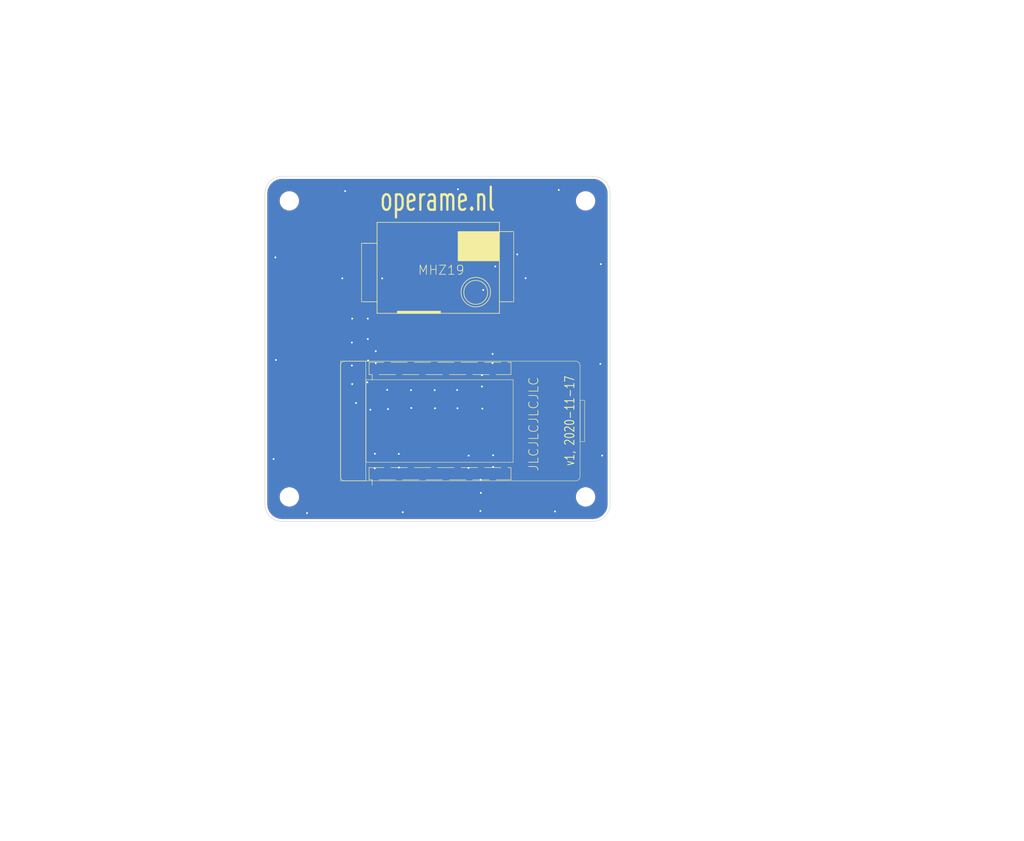
<source format=kicad_pcb>
(kicad_pcb (version 20171130) (host pcbnew "(5.1.7)-1")

  (general
    (thickness 1.6)
    (drawings 42)
    (tracks 66)
    (zones 0)
    (modules 7)
    (nets 24)
  )

  (page A4)
  (layers
    (0 F.Cu signal)
    (31 B.Cu signal)
    (32 B.Adhes user)
    (33 F.Adhes user)
    (34 B.Paste user)
    (35 F.Paste user)
    (36 B.SilkS user)
    (37 F.SilkS user)
    (38 B.Mask user)
    (39 F.Mask user)
    (40 Dwgs.User user)
    (41 Cmts.User user)
    (42 Eco1.User user)
    (43 Eco2.User user)
    (44 Edge.Cuts user)
    (45 Margin user)
    (46 B.CrtYd user)
    (47 F.CrtYd user)
    (48 B.Fab user)
    (49 F.Fab user)
  )

  (setup
    (last_trace_width 0.5)
    (user_trace_width 0.33)
    (user_trace_width 0.5)
    (trace_clearance 0.2)
    (zone_clearance 0.508)
    (zone_45_only no)
    (trace_min 0.2)
    (via_size 0.8)
    (via_drill 0.4)
    (via_min_size 0.4)
    (via_min_drill 0.3)
    (uvia_size 0.3)
    (uvia_drill 0.1)
    (uvias_allowed no)
    (uvia_min_size 0.2)
    (uvia_min_drill 0.1)
    (edge_width 0.05)
    (segment_width 0.2)
    (pcb_text_width 0.3)
    (pcb_text_size 1.5 1.5)
    (mod_edge_width 0.12)
    (mod_text_size 1 1)
    (mod_text_width 0.15)
    (pad_size 4 1)
    (pad_drill 0)
    (pad_to_mask_clearance 0.05)
    (aux_axis_origin 0 0)
    (grid_origin 184.15 127.889)
    (visible_elements 7FFFFFFF)
    (pcbplotparams
      (layerselection 0x010fc_ffffffff)
      (usegerberextensions false)
      (usegerberattributes true)
      (usegerberadvancedattributes true)
      (creategerberjobfile true)
      (excludeedgelayer true)
      (linewidth 0.100000)
      (plotframeref false)
      (viasonmask false)
      (mode 1)
      (useauxorigin false)
      (hpglpennumber 1)
      (hpglpenspeed 20)
      (hpglpendiameter 15.000000)
      (psnegative false)
      (psa4output false)
      (plotreference true)
      (plotvalue true)
      (plotinvisibletext false)
      (padsonsilk false)
      (subtractmaskfromsilk false)
      (outputformat 1)
      (mirror false)
      (drillshape 0)
      (scaleselection 1)
      (outputdirectory "gerbers/"))
  )

  (net 0 "")
  (net 1 GND)
  (net 2 5V)
  (net 3 IO21)
  (net 4 IO22)
  (net 5 "Net-(J1-Pad12)")
  (net 6 "Net-(J1-Pad8)")
  (net 7 "Net-(J1-Pad6)")
  (net 8 "Net-(J1-Pad7)")
  (net 9 "Net-(J1-Pad5)")
  (net 10 "Net-(J1-Pad1)")
  (net 11 "Net-(J2-Pad8)")
  (net 12 "Net-(J2-Pad6)")
  (net 13 "Net-(J2-Pad4)")
  (net 14 "Net-(J2-Pad2)")
  (net 15 "Net-(J2-Pad7)")
  (net 16 "Net-(J2-Pad5)")
  (net 17 "Net-(J2-Pad3)")
  (net 18 "Net-(J2-Pad1)")
  (net 19 "Net-(J3-Pad5)")
  (net 20 "Net-(J3-Pad3)")
  (net 21 "Net-(J3-Pad4)")
  (net 22 IO27)
  (net 23 IO26)

  (net_class Default "This is the default net class."
    (clearance 0.2)
    (trace_width 0.25)
    (via_dia 0.8)
    (via_drill 0.4)
    (uvia_dia 0.3)
    (uvia_drill 0.1)
    (add_net 5V)
    (add_net GND)
    (add_net IO21)
    (add_net IO22)
    (add_net IO26)
    (add_net IO27)
    (add_net "Net-(J1-Pad1)")
    (add_net "Net-(J1-Pad12)")
    (add_net "Net-(J1-Pad5)")
    (add_net "Net-(J1-Pad6)")
    (add_net "Net-(J1-Pad7)")
    (add_net "Net-(J1-Pad8)")
    (add_net "Net-(J2-Pad1)")
    (add_net "Net-(J2-Pad2)")
    (add_net "Net-(J2-Pad3)")
    (add_net "Net-(J2-Pad4)")
    (add_net "Net-(J2-Pad5)")
    (add_net "Net-(J2-Pad6)")
    (add_net "Net-(J2-Pad7)")
    (add_net "Net-(J2-Pad8)")
    (add_net "Net-(J3-Pad3)")
    (add_net "Net-(J3-Pad4)")
    (add_net "Net-(J3-Pad5)")
  )

  (module Sensor_MH-Z19:Sensor_MH-Z19 (layer F.Cu) (tedit 5FB4493F) (tstamp 5F487DA3)
    (at 166.486271 70.866)
    (descr "MH-Z19 CO2 Sensor")
    (tags "MH-Z19 CO2 Sensor")
    (path /5F47DEF3)
    (fp_text reference J3 (at -13.97 19.05) (layer F.SilkS) hide
      (effects (font (size 1 1) (thickness 0.15)))
    )
    (fp_text value MHZ19 (at -22.86 0) (layer F.Fab)
      (effects (font (size 1 1) (thickness 0.15)))
    )
    (fp_line (start 1.905 0) (end 1.27 0) (layer F.SilkS) (width 0.12))
    (fp_line (start 1.905 15.24) (end 1.905 0) (layer F.SilkS) (width 0.12))
    (fp_line (start 1.27 15.24) (end 1.905 15.24) (layer F.SilkS) (width 0.12))
    (fp_poly (pts (xy -13.97 17.78) (xy -23.368 17.78) (xy -23.368 17.272) (xy -13.97 17.272)) (layer F.SilkS) (width 0.1))
    (fp_line (start -1.2 -2) (end -27.75 -2) (layer F.SilkS) (width 0.15))
    (fp_line (start 1.275 15.24) (end -1.2 15.24) (layer F.SilkS) (width 0.15))
    (fp_line (start -1.27 0) (end 1.27 0) (layer F.SilkS) (width 0.15))
    (fp_line (start -27.75 2.54) (end -30.65 2.54) (layer F.SilkS) (width 0.15))
    (fp_line (start -30.65 15.24) (end -27.75 15.24) (layer F.SilkS) (width 0.15))
    (fp_line (start -27.75 -2) (end -27.75 17.75) (layer F.SilkS) (width 0.15))
    (fp_line (start -27.75 17.75) (end -1.2 17.75) (layer F.SilkS) (width 0.15))
    (fp_line (start -1.2 17.75) (end -1.2 -2) (layer F.SilkS) (width 0.15))
    (fp_circle (center -6.325 13.15) (end -9.425 12.35) (layer F.SilkS) (width 0.15))
    (fp_circle (center -6.330656 13.2) (end -8.530656 11.825) (layer F.SilkS) (width 0.15))
    (fp_poly (pts (xy -10.16 0) (xy -10.16 6.35) (xy -1.27 6.35) (xy -1.27 0)) (layer F.SilkS) (width 0.15))
    (fp_line (start -30.65 15.24) (end -31.115 15.24) (layer F.SilkS) (width 0.12))
    (fp_line (start -31.115 15.24) (end -31.115 2.54) (layer F.SilkS) (width 0.12))
    (fp_line (start -31.115 2.54) (end -30.65 2.54) (layer F.SilkS) (width 0.12))
    (pad 5 smd roundrect (at 2.1 2.54) (size 4 1) (layers F.Cu F.Paste F.Mask) (roundrect_rratio 0.25)
      (net 19 "Net-(J3-Pad5)"))
    (pad "" smd roundrect (at -1.9 5.08) (size 4 1) (layers F.Cu F.Paste F.Mask) (roundrect_rratio 0.25))
    (pad 7 smd roundrect (at 2.1 7.62) (size 4 1) (layers F.Cu F.Paste F.Mask) (roundrect_rratio 0.25)
      (net 22 IO27))
    (pad 6 smd roundrect (at -1.9 10.16) (size 4 1) (layers F.Cu F.Paste F.Mask) (roundrect_rratio 0.25)
      (net 23 IO26))
    (pad 3 smd roundrect (at 2.1 12.7) (size 4 1) (layers F.Cu F.Paste F.Mask) (roundrect_rratio 0.25)
      (net 20 "Net-(J3-Pad3)"))
    (pad 4 smd roundrect (at -31.385 5.08) (size 4 1) (layers F.Cu F.Paste F.Mask) (roundrect_rratio 0.25)
      (net 21 "Net-(J3-Pad4)"))
    (pad "" smd roundrect (at -27.385 7.62) (size 4 1) (layers F.Cu F.Paste F.Mask) (roundrect_rratio 0.25))
    (pad 2 smd roundrect (at -31.385 10.16) (size 4 1) (layers F.Cu F.Paste F.Mask) (roundrect_rratio 0.25)
      (net 1 GND))
    (pad 1 smd roundrect (at -27.385 12.7) (size 4 1) (layers F.Cu F.Paste F.Mask) (roundrect_rratio 0.25)
      (net 2 5V))
    (model ${KISYS3DMOD}/Sensor_MH-Z19.3dshapes/Sensor_MH-Z19.step
      (offset (xyz -14.4 -7.7 0))
      (scale (xyz 0.98 0.98 0.98))
      (rotate (xyz 0 0 0))
    )
    (model ${KIPRJMOD}/parts_models/modules/packages3d/Sensor_MH-Z19.3dshapes/Sensor_MH-Z19.step
      (offset (xyz -14.5 -7.5 0))
      (scale (xyz 1 1 1))
      (rotate (xyz 0 0 0))
    )
  )

  (module MountingHole:MountingHole_3.2mm_M3 (layer F.Cu) (tedit 56D1B4CB) (tstamp 5FB498A2)
    (at 183.991306 128.492306)
    (descr "Mounting Hole 3.2mm, no annular, M3")
    (tags "mounting hole 3.2mm no annular m3")
    (path /5FB45B32)
    (attr virtual)
    (fp_text reference H5 (at 0 -4.2) (layer F.SilkS) hide
      (effects (font (size 1 1) (thickness 0.15)))
    )
    (fp_text value MountingHole (at 0 4.2) (layer F.Fab)
      (effects (font (size 1 1) (thickness 0.15)))
    )
    (fp_text user %R (at 0.3 0) (layer F.Fab)
      (effects (font (size 1 1) (thickness 0.15)))
    )
    (fp_circle (center 0 0) (end 3.2 0) (layer Cmts.User) (width 0.15))
    (fp_circle (center 0 0) (end 3.45 0) (layer F.CrtYd) (width 0.05))
    (pad 1 np_thru_hole circle (at 0 0) (size 3.2 3.2) (drill 3.2) (layers *.Cu *.Mask))
  )

  (module MountingHole:MountingHole_3.2mm_M3 (layer F.Cu) (tedit 56D1B4CB) (tstamp 5FB4989A)
    (at 119.696236 128.492306)
    (descr "Mounting Hole 3.2mm, no annular, M3")
    (tags "mounting hole 3.2mm no annular m3")
    (path /5FB4581A)
    (attr virtual)
    (fp_text reference H4 (at 0 -4.2) (layer F.SilkS) hide
      (effects (font (size 1 1) (thickness 0.15)))
    )
    (fp_text value MountingHole (at 0 4.2) (layer F.Fab)
      (effects (font (size 1 1) (thickness 0.15)))
    )
    (fp_text user %R (at 0.3 0) (layer F.Fab)
      (effects (font (size 1 1) (thickness 0.15)))
    )
    (fp_circle (center 0 0) (end 3.2 0) (layer Cmts.User) (width 0.15))
    (fp_circle (center 0 0) (end 3.45 0) (layer F.CrtYd) (width 0.05))
    (pad 1 np_thru_hole circle (at 0 0) (size 3.2 3.2) (drill 3.2) (layers *.Cu *.Mask))
  )

  (module MountingHole:MountingHole_3.2mm_M3 (layer F.Cu) (tedit 56D1B4CB) (tstamp 5FB49892)
    (at 183.991306 64.197236)
    (descr "Mounting Hole 3.2mm, no annular, M3")
    (tags "mounting hole 3.2mm no annular m3")
    (path /5FB454FE)
    (attr virtual)
    (fp_text reference H3 (at 0 -4.2) (layer F.SilkS) hide
      (effects (font (size 1 1) (thickness 0.15)))
    )
    (fp_text value MountingHole (at 0 4.2) (layer F.Fab)
      (effects (font (size 1 1) (thickness 0.15)))
    )
    (fp_text user %R (at 0.3 0) (layer F.Fab)
      (effects (font (size 1 1) (thickness 0.15)))
    )
    (fp_circle (center 0 0) (end 3.2 0) (layer Cmts.User) (width 0.15))
    (fp_circle (center 0 0) (end 3.45 0) (layer F.CrtYd) (width 0.05))
    (pad 1 np_thru_hole circle (at 0 0) (size 3.2 3.2) (drill 3.2) (layers *.Cu *.Mask))
  )

  (module MountingHole:MountingHole_3.2mm_M3 (layer F.Cu) (tedit 56D1B4CB) (tstamp 5FB49882)
    (at 119.696236 64.197236)
    (descr "Mounting Hole 3.2mm, no annular, M3")
    (tags "mounting hole 3.2mm no annular m3")
    (path /5FB44746)
    (attr virtual)
    (fp_text reference H1 (at 0 -4.2) (layer F.SilkS) hide
      (effects (font (size 1 1) (thickness 0.15)))
    )
    (fp_text value MountingHole (at 0 4.2) (layer F.Fab)
      (effects (font (size 1 1) (thickness 0.15)))
    )
    (fp_text user %R (at 0.3 0) (layer F.Fab)
      (effects (font (size 1 1) (thickness 0.15)))
    )
    (fp_circle (center 0 0) (end 3.2 0) (layer Cmts.User) (width 0.15))
    (fp_circle (center 0 0) (end 3.45 0) (layer F.CrtYd) (width 0.05))
    (pad 1 np_thru_hole circle (at 0 0) (size 3.2 3.2) (drill 3.2) (layers *.Cu *.Mask))
  )

  (module Connector_PinSocket_2.54mm:PinSocket_1x12_P2.54mm_Vertical_SMD_Pin1Left (layer F.Cu) (tedit 5FB06A81) (tstamp 5FB0C5E6)
    (at 152.4 100.585 90)
    (descr "surface-mounted straight socket strip, 1x12, 2.54mm pitch, single row, style 1 (pin 1 left) (https://cdn.harwin.com/pdfs/M20-786.pdf), script generated")
    (tags "Surface mounted socket strip SMD 1x12 2.54mm single row style1 pin1 left")
    (path /5FB0C91F)
    (attr smd)
    (fp_text reference J2 (at 0 -16.84 90) (layer F.SilkS) hide
      (effects (font (size 1 1) (thickness 0.15)))
    )
    (fp_text value Conn_01x12_Female (at 0 16.84 90) (layer F.Fab)
      (effects (font (size 1 1) (thickness 0.15)))
    )
    (fp_line (start -1.33 -15.4) (end 1.33 -15.4) (layer F.SilkS) (width 0.12))
    (fp_line (start 1.33 -15.4) (end 1.33 -12.19) (layer F.SilkS) (width 0.12))
    (fp_line (start 1.33 -10.67) (end 1.33 -7.11) (layer F.SilkS) (width 0.12))
    (fp_line (start 1.33 -5.59) (end 1.33 -2.03) (layer F.SilkS) (width 0.12))
    (fp_line (start 1.33 -0.51) (end 1.33 3.05) (layer F.SilkS) (width 0.12))
    (fp_line (start 1.33 4.57) (end 1.33 8.13) (layer F.SilkS) (width 0.12))
    (fp_line (start 1.33 9.65) (end 1.33 13.21) (layer F.SilkS) (width 0.12))
    (fp_line (start 1.33 14.73) (end 1.33 15.4) (layer F.SilkS) (width 0.12))
    (fp_line (start -1.33 15.4) (end 1.33 15.4) (layer F.SilkS) (width 0.12))
    (fp_line (start -1.33 -15.4) (end -1.33 -14.73) (layer F.SilkS) (width 0.12))
    (fp_line (start -1.33 -13.21) (end -1.33 -9.65) (layer F.SilkS) (width 0.12))
    (fp_line (start -1.33 -8.13) (end -1.33 -4.57) (layer F.SilkS) (width 0.12))
    (fp_line (start -1.33 -3.05) (end -1.33 0.51) (layer F.SilkS) (width 0.12))
    (fp_line (start -1.33 2.03) (end -1.33 5.59) (layer F.SilkS) (width 0.12))
    (fp_line (start -1.33 7.11) (end -1.33 10.67) (layer F.SilkS) (width 0.12))
    (fp_line (start -1.33 12.19) (end -1.33 15.4) (layer F.SilkS) (width 0.12))
    (fp_line (start -2.54 -14.73) (end -1.33 -14.73) (layer F.SilkS) (width 0.12))
    (fp_line (start -0.635 -15.34) (end 1.27 -15.34) (layer F.Fab) (width 0.1))
    (fp_line (start 1.27 -15.34) (end 1.27 15.34) (layer F.Fab) (width 0.1))
    (fp_line (start 1.27 15.34) (end -1.27 15.34) (layer F.Fab) (width 0.1))
    (fp_line (start -1.27 15.34) (end -1.27 -14.705) (layer F.Fab) (width 0.1))
    (fp_line (start -1.27 -14.705) (end -0.635 -15.34) (layer F.Fab) (width 0.1))
    (fp_line (start -2.27 -14.27) (end -1.27 -14.27) (layer F.Fab) (width 0.1))
    (fp_line (start -1.27 -13.67) (end -2.27 -13.67) (layer F.Fab) (width 0.1))
    (fp_line (start -2.27 -13.67) (end -2.27 -14.27) (layer F.Fab) (width 0.1))
    (fp_line (start 1.27 -11.73) (end 2.27 -11.73) (layer F.Fab) (width 0.1))
    (fp_line (start 2.27 -11.73) (end 2.27 -11.13) (layer F.Fab) (width 0.1))
    (fp_line (start 2.27 -11.13) (end 1.27 -11.13) (layer F.Fab) (width 0.1))
    (fp_line (start -2.27 -9.19) (end -1.27 -9.19) (layer F.Fab) (width 0.1))
    (fp_line (start -1.27 -8.59) (end -2.27 -8.59) (layer F.Fab) (width 0.1))
    (fp_line (start -2.27 -8.59) (end -2.27 -9.19) (layer F.Fab) (width 0.1))
    (fp_line (start 1.27 -6.65) (end 2.27 -6.65) (layer F.Fab) (width 0.1))
    (fp_line (start 2.27 -6.65) (end 2.27 -6.05) (layer F.Fab) (width 0.1))
    (fp_line (start 2.27 -6.05) (end 1.27 -6.05) (layer F.Fab) (width 0.1))
    (fp_line (start -2.27 -4.11) (end -1.27 -4.11) (layer F.Fab) (width 0.1))
    (fp_line (start -1.27 -3.51) (end -2.27 -3.51) (layer F.Fab) (width 0.1))
    (fp_line (start -2.27 -3.51) (end -2.27 -4.11) (layer F.Fab) (width 0.1))
    (fp_line (start 1.27 -1.57) (end 2.27 -1.57) (layer F.Fab) (width 0.1))
    (fp_line (start 2.27 -1.57) (end 2.27 -0.97) (layer F.Fab) (width 0.1))
    (fp_line (start 2.27 -0.97) (end 1.27 -0.97) (layer F.Fab) (width 0.1))
    (fp_line (start -2.27 0.97) (end -1.27 0.97) (layer F.Fab) (width 0.1))
    (fp_line (start -1.27 1.57) (end -2.27 1.57) (layer F.Fab) (width 0.1))
    (fp_line (start -2.27 1.57) (end -2.27 0.97) (layer F.Fab) (width 0.1))
    (fp_line (start 1.27 3.51) (end 2.27 3.51) (layer F.Fab) (width 0.1))
    (fp_line (start 2.27 3.51) (end 2.27 4.11) (layer F.Fab) (width 0.1))
    (fp_line (start 2.27 4.11) (end 1.27 4.11) (layer F.Fab) (width 0.1))
    (fp_line (start -2.27 6.05) (end -1.27 6.05) (layer F.Fab) (width 0.1))
    (fp_line (start -1.27 6.65) (end -2.27 6.65) (layer F.Fab) (width 0.1))
    (fp_line (start -2.27 6.65) (end -2.27 6.05) (layer F.Fab) (width 0.1))
    (fp_line (start 1.27 8.59) (end 2.27 8.59) (layer F.Fab) (width 0.1))
    (fp_line (start 2.27 8.59) (end 2.27 9.19) (layer F.Fab) (width 0.1))
    (fp_line (start 2.27 9.19) (end 1.27 9.19) (layer F.Fab) (width 0.1))
    (fp_line (start -2.27 11.13) (end -1.27 11.13) (layer F.Fab) (width 0.1))
    (fp_line (start -1.27 11.73) (end -2.27 11.73) (layer F.Fab) (width 0.1))
    (fp_line (start -2.27 11.73) (end -2.27 11.13) (layer F.Fab) (width 0.1))
    (fp_line (start 1.27 13.67) (end 2.27 13.67) (layer F.Fab) (width 0.1))
    (fp_line (start 2.27 13.67) (end 2.27 14.27) (layer F.Fab) (width 0.1))
    (fp_line (start 2.27 14.27) (end 1.27 14.27) (layer F.Fab) (width 0.1))
    (fp_line (start -3.1 -15.85) (end 3.1 -15.85) (layer F.CrtYd) (width 0.05))
    (fp_line (start 3.1 -15.85) (end 3.1 15.85) (layer F.CrtYd) (width 0.05))
    (fp_line (start 3.1 15.85) (end -3.1 15.85) (layer F.CrtYd) (width 0.05))
    (fp_line (start -3.1 15.85) (end -3.1 -15.85) (layer F.CrtYd) (width 0.05))
    (fp_text user %R (at 0 0) (layer F.Fab)
      (effects (font (size 1 1) (thickness 0.15)))
    )
    (pad 12 smd rect (at 2.65 13.97 90) (size 4 1) (layers F.Cu F.Paste F.Mask)
      (net 2 5V))
    (pad 10 smd rect (at 2.65 8.89 90) (size 4 1) (layers F.Cu F.Paste F.Mask)
      (net 22 IO27))
    (pad 8 smd rect (at 2.65 3.81 90) (size 4 1) (layers F.Cu F.Paste F.Mask)
      (net 11 "Net-(J2-Pad8)"))
    (pad 6 smd rect (at 2.65 -1.27 90) (size 4 1) (layers F.Cu F.Paste F.Mask)
      (net 12 "Net-(J2-Pad6)"))
    (pad 4 smd rect (at 2.65 -6.35 90) (size 4 1) (layers F.Cu F.Paste F.Mask)
      (net 13 "Net-(J2-Pad4)"))
    (pad 2 smd rect (at 2.65 -11.43 90) (size 4 1) (layers F.Cu F.Paste F.Mask)
      (net 14 "Net-(J2-Pad2)"))
    (pad 11 smd rect (at -2.65 11.43 90) (size 4 1) (layers F.Cu F.Paste F.Mask)
      (net 1 GND))
    (pad 9 smd rect (at -2.65 6.35 90) (size 4 1) (layers F.Cu F.Paste F.Mask)
      (net 23 IO26))
    (pad 7 smd rect (at -2.65 1.27 90) (size 4 1) (layers F.Cu F.Paste F.Mask)
      (net 15 "Net-(J2-Pad7)"))
    (pad 5 smd rect (at -2.65 -3.81 90) (size 4 1) (layers F.Cu F.Paste F.Mask)
      (net 16 "Net-(J2-Pad5)"))
    (pad 3 smd rect (at -2.65 -8.89 90) (size 4 1) (layers F.Cu F.Paste F.Mask)
      (net 17 "Net-(J2-Pad3)"))
    (pad 1 smd rect (at -2.65 -13.97 90) (size 4 1) (layers F.Cu F.Paste F.Mask)
      (net 18 "Net-(J2-Pad1)"))
    (model ${KISYS3DMOD}/Connector_PinSocket_2.54mm.3dshapes/PinSocket_1x12_P2.54mm_Vertical_SMD_Pin1Left.wrl
      (at (xyz 0 0 0))
      (scale (xyz 1 1 1))
      (rotate (xyz 0 0 0))
    )
  )

  (module Connector_PinSocket_2.54mm:PinSocket_1x12_P2.54mm_Vertical_SMD_Pin1Left (layer F.Cu) (tedit 5A19A424) (tstamp 5FB0C597)
    (at 152.4 123.445 90)
    (descr "surface-mounted straight socket strip, 1x12, 2.54mm pitch, single row, style 1 (pin 1 left) (https://cdn.harwin.com/pdfs/M20-786.pdf), script generated")
    (tags "Surface mounted socket strip SMD 1x12 2.54mm single row style1 pin1 left")
    (path /5FB0B732)
    (attr smd)
    (fp_text reference J1 (at 0 -16.84 90) (layer F.SilkS) hide
      (effects (font (size 1 1) (thickness 0.15)))
    )
    (fp_text value Conn_01x12_Female (at 0 16.84 90) (layer F.Fab)
      (effects (font (size 1 1) (thickness 0.15)))
    )
    (fp_line (start -1.33 -15.4) (end 1.33 -15.4) (layer F.SilkS) (width 0.12))
    (fp_line (start 1.33 -15.4) (end 1.33 -12.19) (layer F.SilkS) (width 0.12))
    (fp_line (start 1.33 -10.67) (end 1.33 -7.11) (layer F.SilkS) (width 0.12))
    (fp_line (start 1.33 -5.59) (end 1.33 -2.03) (layer F.SilkS) (width 0.12))
    (fp_line (start 1.33 -0.51) (end 1.33 3.05) (layer F.SilkS) (width 0.12))
    (fp_line (start 1.33 4.57) (end 1.33 8.13) (layer F.SilkS) (width 0.12))
    (fp_line (start 1.33 9.65) (end 1.33 13.21) (layer F.SilkS) (width 0.12))
    (fp_line (start 1.33 14.73) (end 1.33 15.4) (layer F.SilkS) (width 0.12))
    (fp_line (start -1.33 15.4) (end 1.33 15.4) (layer F.SilkS) (width 0.12))
    (fp_line (start -1.33 -15.4) (end -1.33 -14.73) (layer F.SilkS) (width 0.12))
    (fp_line (start -1.33 -13.21) (end -1.33 -9.65) (layer F.SilkS) (width 0.12))
    (fp_line (start -1.33 -8.13) (end -1.33 -4.57) (layer F.SilkS) (width 0.12))
    (fp_line (start -1.33 -3.05) (end -1.33 0.51) (layer F.SilkS) (width 0.12))
    (fp_line (start -1.33 2.03) (end -1.33 5.59) (layer F.SilkS) (width 0.12))
    (fp_line (start -1.33 7.11) (end -1.33 10.67) (layer F.SilkS) (width 0.12))
    (fp_line (start -1.33 12.19) (end -1.33 15.4) (layer F.SilkS) (width 0.12))
    (fp_line (start -2.54 -14.73) (end -1.33 -14.73) (layer F.SilkS) (width 0.12))
    (fp_line (start -0.635 -15.34) (end 1.27 -15.34) (layer F.Fab) (width 0.1))
    (fp_line (start 1.27 -15.34) (end 1.27 15.34) (layer F.Fab) (width 0.1))
    (fp_line (start 1.27 15.34) (end -1.27 15.34) (layer F.Fab) (width 0.1))
    (fp_line (start -1.27 15.34) (end -1.27 -14.705) (layer F.Fab) (width 0.1))
    (fp_line (start -1.27 -14.705) (end -0.635 -15.34) (layer F.Fab) (width 0.1))
    (fp_line (start -2.27 -14.27) (end -1.27 -14.27) (layer F.Fab) (width 0.1))
    (fp_line (start -1.27 -13.67) (end -2.27 -13.67) (layer F.Fab) (width 0.1))
    (fp_line (start -2.27 -13.67) (end -2.27 -14.27) (layer F.Fab) (width 0.1))
    (fp_line (start 1.27 -11.73) (end 2.27 -11.73) (layer F.Fab) (width 0.1))
    (fp_line (start 2.27 -11.73) (end 2.27 -11.13) (layer F.Fab) (width 0.1))
    (fp_line (start 2.27 -11.13) (end 1.27 -11.13) (layer F.Fab) (width 0.1))
    (fp_line (start -2.27 -9.19) (end -1.27 -9.19) (layer F.Fab) (width 0.1))
    (fp_line (start -1.27 -8.59) (end -2.27 -8.59) (layer F.Fab) (width 0.1))
    (fp_line (start -2.27 -8.59) (end -2.27 -9.19) (layer F.Fab) (width 0.1))
    (fp_line (start 1.27 -6.65) (end 2.27 -6.65) (layer F.Fab) (width 0.1))
    (fp_line (start 2.27 -6.65) (end 2.27 -6.05) (layer F.Fab) (width 0.1))
    (fp_line (start 2.27 -6.05) (end 1.27 -6.05) (layer F.Fab) (width 0.1))
    (fp_line (start -2.27 -4.11) (end -1.27 -4.11) (layer F.Fab) (width 0.1))
    (fp_line (start -1.27 -3.51) (end -2.27 -3.51) (layer F.Fab) (width 0.1))
    (fp_line (start -2.27 -3.51) (end -2.27 -4.11) (layer F.Fab) (width 0.1))
    (fp_line (start 1.27 -1.57) (end 2.27 -1.57) (layer F.Fab) (width 0.1))
    (fp_line (start 2.27 -1.57) (end 2.27 -0.97) (layer F.Fab) (width 0.1))
    (fp_line (start 2.27 -0.97) (end 1.27 -0.97) (layer F.Fab) (width 0.1))
    (fp_line (start -2.27 0.97) (end -1.27 0.97) (layer F.Fab) (width 0.1))
    (fp_line (start -1.27 1.57) (end -2.27 1.57) (layer F.Fab) (width 0.1))
    (fp_line (start -2.27 1.57) (end -2.27 0.97) (layer F.Fab) (width 0.1))
    (fp_line (start 1.27 3.51) (end 2.27 3.51) (layer F.Fab) (width 0.1))
    (fp_line (start 2.27 3.51) (end 2.27 4.11) (layer F.Fab) (width 0.1))
    (fp_line (start 2.27 4.11) (end 1.27 4.11) (layer F.Fab) (width 0.1))
    (fp_line (start -2.27 6.05) (end -1.27 6.05) (layer F.Fab) (width 0.1))
    (fp_line (start -1.27 6.65) (end -2.27 6.65) (layer F.Fab) (width 0.1))
    (fp_line (start -2.27 6.65) (end -2.27 6.05) (layer F.Fab) (width 0.1))
    (fp_line (start 1.27 8.59) (end 2.27 8.59) (layer F.Fab) (width 0.1))
    (fp_line (start 2.27 8.59) (end 2.27 9.19) (layer F.Fab) (width 0.1))
    (fp_line (start 2.27 9.19) (end 1.27 9.19) (layer F.Fab) (width 0.1))
    (fp_line (start -2.27 11.13) (end -1.27 11.13) (layer F.Fab) (width 0.1))
    (fp_line (start -1.27 11.73) (end -2.27 11.73) (layer F.Fab) (width 0.1))
    (fp_line (start -2.27 11.73) (end -2.27 11.13) (layer F.Fab) (width 0.1))
    (fp_line (start 1.27 13.67) (end 2.27 13.67) (layer F.Fab) (width 0.1))
    (fp_line (start 2.27 13.67) (end 2.27 14.27) (layer F.Fab) (width 0.1))
    (fp_line (start 2.27 14.27) (end 1.27 14.27) (layer F.Fab) (width 0.1))
    (fp_line (start -3.1 -15.85) (end 3.1 -15.85) (layer F.CrtYd) (width 0.05))
    (fp_line (start 3.1 -15.85) (end 3.1 15.85) (layer F.CrtYd) (width 0.05))
    (fp_line (start 3.1 15.85) (end -3.1 15.85) (layer F.CrtYd) (width 0.05))
    (fp_line (start -3.1 15.85) (end -3.1 -15.85) (layer F.CrtYd) (width 0.05))
    (fp_text user %R (at 0 0) (layer F.Fab)
      (effects (font (size 1 1) (thickness 0.15)))
    )
    (pad 12 smd rect (at 2.65 13.97 90) (size 4 1) (layers F.Cu F.Paste F.Mask)
      (net 5 "Net-(J1-Pad12)"))
    (pad 10 smd rect (at 2.65 8.89 90) (size 4 1) (layers F.Cu F.Paste F.Mask)
      (net 1 GND))
    (pad 8 smd rect (at 2.65 3.81 90) (size 4 1) (layers F.Cu F.Paste F.Mask)
      (net 6 "Net-(J1-Pad8)"))
    (pad 6 smd rect (at 2.65 -1.27 90) (size 4 1) (layers F.Cu F.Paste F.Mask)
      (net 7 "Net-(J1-Pad6)"))
    (pad 4 smd rect (at 2.65 -6.35 90) (size 4 1) (layers F.Cu F.Paste F.Mask)
      (net 4 IO22))
    (pad 2 smd rect (at 2.65 -11.43 90) (size 4 1) (layers F.Cu F.Paste F.Mask)
      (net 1 GND))
    (pad 11 smd rect (at -2.65 11.43 90) (size 4 1) (layers F.Cu F.Paste F.Mask)
      (net 1 GND))
    (pad 9 smd rect (at -2.65 6.35 90) (size 4 1) (layers F.Cu F.Paste F.Mask)
      (net 1 GND))
    (pad 7 smd rect (at -2.65 1.27 90) (size 4 1) (layers F.Cu F.Paste F.Mask)
      (net 8 "Net-(J1-Pad7)"))
    (pad 5 smd rect (at -2.65 -3.81 90) (size 4 1) (layers F.Cu F.Paste F.Mask)
      (net 9 "Net-(J1-Pad5)"))
    (pad 3 smd rect (at -2.65 -8.89 90) (size 4 1) (layers F.Cu F.Paste F.Mask)
      (net 3 IO21))
    (pad 1 smd rect (at -2.65 -13.97 90) (size 4 1) (layers F.Cu F.Paste F.Mask)
      (net 10 "Net-(J1-Pad1)"))
    (model ${KISYS3DMOD}/Connector_PinSocket_2.54mm.3dshapes/PinSocket_1x12_P2.54mm_Vertical_SMD_Pin1Left.wrl
      (at (xyz 0 0 0))
      (scale (xyz 1 1 1))
      (rotate (xyz 0 0 0))
    )
  )

  (gr_text "v1, 2020-11-17" (at 180.5305 111.95304 90) (layer F.SilkS)
    (effects (font (size 2 1.5) (thickness 0.2)))
  )
  (gr_text operame.nl (at 151.843771 63.83274) (layer F.SilkS)
    (effects (font (size 5 3) (thickness 0.5)))
  )
  (gr_curve (pts (xy 188.214 59.974542) (xy 188.922842 60.683385) (xy 189.321066 61.644782) (xy 189.321066 62.647237)) (layer Edge.Cuts) (width 0.1))
  (gr_curve (pts (xy 115.473542 59.974542) (xy 116.182385 59.2657) (xy 117.143782 58.867477) (xy 118.146237 58.867477)) (layer Edge.Cuts) (width 0.1))
  (gr_line (start 118.146237 58.867477) (end 118.146237 58.867477) (layer Edge.Cuts) (width 0.1))
  (gr_curve (pts (xy 115.473542 132.715) (xy 114.7647 132.006157) (xy 114.366476 131.04476) (xy 114.366476 130.042305)) (layer Edge.Cuts) (width 0.1))
  (gr_line (start 118.146237 58.867477) (end 185.541305 58.867477) (layer Edge.Cuts) (width 0.1))
  (gr_line (start 114.366476 130.042305) (end 114.366476 62.647237) (layer Edge.Cuts) (width 0.1))
  (gr_curve (pts (xy 118.146237 133.822066) (xy 117.143782 133.822066) (xy 116.182385 133.423842) (xy 115.473542 132.715)) (layer Edge.Cuts) (width 0.1))
  (gr_curve (pts (xy 114.366476 62.647237) (xy 114.366476 61.644782) (xy 114.7647 60.683385) (xy 115.473542 59.974542)) (layer Edge.Cuts) (width 0.1))
  (gr_line (start 189.321066 62.647237) (end 189.321066 130.042305) (layer Edge.Cuts) (width 0.1))
  (gr_line (start 185.541305 133.822066) (end 118.146237 133.822066) (layer Edge.Cuts) (width 0.1))
  (gr_curve (pts (xy 185.541305 58.867477) (xy 186.54376 58.867477) (xy 187.505157 59.2657) (xy 188.214 59.974542)) (layer Edge.Cuts) (width 0.1))
  (gr_curve (pts (xy 189.321066 130.042305) (xy 189.321066 131.04476) (xy 188.922842 132.006157) (xy 188.214 132.715)) (layer Edge.Cuts) (width 0.1))
  (gr_curve (pts (xy 188.214 132.715) (xy 187.505157 133.423842) (xy 186.54376 133.822066) (xy 185.541305 133.822066)) (layer Edge.Cuts) (width 0.1))
  (gr_line (start 136.336871 103.03753) (end 168.263043 103.03753) (layer F.SilkS) (width 0.1))
  (gr_line (start 182.819655 116.480918) (end 182.819655 107.520318) (layer F.SilkS) (width 0.1))
  (gr_line (start 168.263043 120.963702) (end 136.336871 120.963702) (layer F.SilkS) (width 0.1))
  (gr_line (start 168.263043 103.03753) (end 168.263043 120.963702) (layer F.SilkS) (width 0.1))
  (gr_line (start 136.336871 120.963702) (end 136.336871 103.03753) (layer F.SilkS) (width 0.1))
  (gr_curve (pts (xy 131.076994 124.723581) (xy 130.906041 124.552627) (xy 130.81 124.320765) (xy 130.81 124.079)) (layer F.SilkS) (width 0.1))
  (gr_curve (pts (xy 182.522922 99.277653) (xy 182.693875 99.448607) (xy 182.789916 99.680469) (xy 182.789916 99.922234)) (layer F.SilkS) (width 0.1))
  (gr_line (start 183.780255 116.480918) (end 182.819655 116.480918) (layer F.SilkS) (width 0.1))
  (gr_line (start 182.819655 107.520318) (end 183.780255 107.520318) (layer F.SilkS) (width 0.1))
  (gr_curve (pts (xy 181.878341 99.010659) (xy 182.120106 99.010659) (xy 182.351968 99.1067) (xy 182.522922 99.277653)) (layer F.SilkS) (width 0.1))
  (gr_line (start 130.809428 99.010087) (end 136.290488 99.010087) (layer F.SilkS) (width 0.1))
  (gr_line (start 183.780255 107.520318) (end 183.780255 116.480918) (layer F.SilkS) (width 0.1))
  (gr_line (start 130.809428 124.991147) (end 130.809428 99.010087) (layer F.SilkS) (width 0.1))
  (gr_line (start 136.290488 99.010087) (end 136.290488 124.991147) (layer F.SilkS) (width 0.1))
  (gr_line (start 131.721575 99.010659) (end 131.721575 99.010659) (layer F.SilkS) (width 0.1))
  (gr_line (start 131.721575 99.010659) (end 181.878341 99.010659) (layer F.SilkS) (width 0.1))
  (gr_curve (pts (xy 130.81 99.922234) (xy 130.81 99.680469) (xy 130.906041 99.448607) (xy 131.076994 99.277653)) (layer F.SilkS) (width 0.1))
  (gr_curve (pts (xy 131.721575 124.990575) (xy 131.47981 124.990575) (xy 131.247948 124.894534) (xy 131.076994 124.723581)) (layer F.SilkS) (width 0.1))
  (gr_curve (pts (xy 182.522922 124.723581) (xy 182.351968 124.894534) (xy 182.120106 124.990575) (xy 181.878341 124.990575)) (layer F.SilkS) (width 0.1))
  (gr_curve (pts (xy 182.789916 124.079) (xy 182.789916 124.320765) (xy 182.693875 124.552627) (xy 182.522922 124.723581)) (layer F.SilkS) (width 0.1))
  (gr_line (start 181.878341 124.990575) (end 131.721575 124.990575) (layer F.SilkS) (width 0.1))
  (gr_curve (pts (xy 131.076994 99.277653) (xy 131.247948 99.1067) (xy 131.47981 99.010659) (xy 131.721575 99.010659)) (layer F.SilkS) (width 0.1))
  (gr_line (start 182.789916 99.922234) (end 182.789916 124.079) (layer F.SilkS) (width 0.1))
  (gr_line (start 136.290488 124.991147) (end 130.809428 124.991147) (layer F.SilkS) (width 0.1))
  (gr_line (start 130.81 124.079) (end 130.81 99.922234) (layer F.SilkS) (width 0.1))
  (gr_text JLCJLCJLCJLC (at 172.72 112.649 90) (layer F.SilkS)
    (effects (font (size 2 2) (thickness 0.15)))
  )
  (gr_text MHZ19 (at 152.6667 79.22768) (layer F.SilkS)
    (effects (font (size 2 2) (thickness 0.15)))
  )

  (via (at 163.79444 99.44354) (size 0.8) (drill 0.4) (layers F.Cu B.Cu) (net 1))
  (via (at 163.8173 97.43694) (size 0.8) (drill 0.4) (layers F.Cu B.Cu) (net 1))
  (via (at 161.4932 102.06228) (size 0.8) (drill 0.4) (layers F.Cu B.Cu) (net 1))
  (via (at 161.4932 104.5083) (size 0.8) (drill 0.4) (layers F.Cu B.Cu) (net 1))
  (via (at 161.20872 124.7521) (size 0.8) (drill 0.4) (layers F.Cu B.Cu) (net 1))
  (via (at 161.25952 127.61468) (size 0.8) (drill 0.4) (layers F.Cu B.Cu) (net 1))
  (via (at 158.61538 119.51716) (size 0.8) (drill 0.4) (layers F.Cu B.Cu) (net 1))
  (via (at 158.58998 122.20702) (size 0.8) (drill 0.4) (layers F.Cu B.Cu) (net 1))
  (via (at 163.92652 119.4435) (size 0.8) (drill 0.4) (layers F.Cu B.Cu) (net 1))
  (via (at 163.92652 121.98858) (size 0.8) (drill 0.4) (layers F.Cu B.Cu) (net 1))
  (via (at 143.44396 119.14378) (size 0.8) (drill 0.4) (layers F.Cu B.Cu) (net 1))
  (via (at 143.46936 122.10542) (size 0.8) (drill 0.4) (layers F.Cu B.Cu) (net 1))
  (via (at 138.25728 119.11838) (size 0.8) (drill 0.4) (layers F.Cu B.Cu) (net 1))
  (via (at 138.23188 122.301) (size 0.8) (drill 0.4) (layers F.Cu B.Cu) (net 1))
  (via (at 139.84732 81.0387) (size 0.8) (drill 0.4) (layers F.Cu B.Cu) (net 1))
  (via (at 131.18846 81.01584) (size 0.8) (drill 0.4) (layers F.Cu B.Cu) (net 1))
  (via (at 164.39896 78.42758) (size 0.8) (drill 0.4) (layers F.Cu B.Cu) (net 1))
  (via (at 169.16654 75.819) (size 0.8) (drill 0.4) (layers F.Cu B.Cu) (net 1))
  (via (at 170.97248 80.98536) (size 0.8) (drill 0.4) (layers F.Cu B.Cu) (net 1))
  (via (at 161.79292 83.54314) (size 0.8) (drill 0.4) (layers F.Cu B.Cu) (net 1))
  (via (at 138.44016 96.84004) (size 0.8) (drill 0.4) (layers F.Cu B.Cu) (net 1))
  (via (at 138.44016 99.44862) (size 0.8) (drill 0.4) (layers F.Cu B.Cu) (net 1))
  (via (at 187.19546 99.59848) (size 0.8) (drill 0.4) (layers F.Cu B.Cu) (net 1))
  (via (at 187.29706 77.92974) (size 0.8) (drill 0.4) (layers F.Cu B.Cu) (net 1))
  (via (at 187.59678 119.51208) (size 0.8) (drill 0.4) (layers F.Cu B.Cu) (net 1))
  (via (at 177.36566 131.65328) (size 0.8) (drill 0.4) (layers F.Cu B.Cu) (net 1))
  (via (at 161.163 131.55168) (size 0.8) (drill 0.4) (layers F.Cu B.Cu) (net 1))
  (via (at 144.30756 131.80314) (size 0.8) (drill 0.4) (layers F.Cu B.Cu) (net 1))
  (via (at 123.54052 132.0038) (size 0.8) (drill 0.4) (layers F.Cu B.Cu) (net 1))
  (via (at 116.2685 120.26646) (size 0.8) (drill 0.4) (layers F.Cu B.Cu) (net 1))
  (via (at 116.76888 98.74504) (size 0.8) (drill 0.4) (layers F.Cu B.Cu) (net 1))
  (via (at 116.66982 76.47432) (size 0.8) (drill 0.4) (layers F.Cu B.Cu) (net 1))
  (via (at 131.81838 62.0776) (size 0.8) (drill 0.4) (layers F.Cu B.Cu) (net 1))
  (via (at 178.1683 61.82614) (size 0.8) (drill 0.4) (layers F.Cu B.Cu) (net 1))
  (via (at 156.29636 61.67628) (size 0.8) (drill 0.4) (layers F.Cu B.Cu) (net 1))
  (via (at 146.0881 105.3084) (size 0.8) (drill 0.4) (layers F.Cu B.Cu) (net 1))
  (via (at 146.15922 109.17428) (size 0.8) (drill 0.4) (layers F.Cu B.Cu) (net 1))
  (via (at 151.2443 105.3084) (size 0.8) (drill 0.4) (layers F.Cu B.Cu) (net 1))
  (via (at 151.31542 109.2454) (size 0.8) (drill 0.4) (layers F.Cu B.Cu) (net 1))
  (via (at 156.1211 105.27284) (size 0.8) (drill 0.4) (layers F.Cu B.Cu) (net 1))
  (via (at 156.19222 109.2454) (size 0.8) (drill 0.4) (layers F.Cu B.Cu) (net 1))
  (via (at 161.58972 109.31398) (size 0.8) (drill 0.4) (layers F.Cu B.Cu) (net 1))
  (via (at 140.93444 105.23728) (size 0.8) (drill 0.4) (layers F.Cu B.Cu) (net 1))
  (via (at 141.10716 109.41812) (size 0.8) (drill 0.4) (layers F.Cu B.Cu) (net 1))
  (via (at 137.27684 109.55782) (size 0.8) (drill 0.4) (layers F.Cu B.Cu) (net 1))
  (via (at 134.1755 108.09478) (size 0.8) (drill 0.4) (layers F.Cu B.Cu) (net 1))
  (via (at 133.33984 103.98506) (size 0.8) (drill 0.4) (layers F.Cu B.Cu) (net 1))
  (via (at 136.6139 103.60152) (size 0.8) (drill 0.4) (layers F.Cu B.Cu) (net 1))
  (via (at 133.26872 99.94392) (size 0.8) (drill 0.4) (layers F.Cu B.Cu) (net 1))
  (via (at 136.78916 98.86442) (size 0.8) (drill 0.4) (layers F.Cu B.Cu) (net 1))
  (via (at 136.71804 94.1959) (size 0.8) (drill 0.4) (layers F.Cu B.Cu) (net 1))
  (via (at 136.71804 89.77122) (size 0.8) (drill 0.4) (layers F.Cu B.Cu) (net 1))
  (via (at 133.26872 94.96298) (size 0.8) (drill 0.4) (layers F.Cu B.Cu) (net 1))
  (via (at 133.33984 89.77122) (size 0.8) (drill 0.4) (layers F.Cu B.Cu) (net 1))
  (segment (start 135.101271 87.566) (end 139.101271 83.566) (width 0.5) (layer F.Cu) (net 2))
  (segment (start 135.101271 105.573771) (end 135.101271 87.566) (width 0.5) (layer F.Cu) (net 2))
  (segment (start 136.78916 107.26166) (end 135.101271 105.573771) (width 0.5) (layer F.Cu) (net 2))
  (segment (start 165.42766 107.26166) (end 136.78916 107.26166) (width 0.5) (layer F.Cu) (net 2))
  (segment (start 166.37 106.31932) (end 165.42766 107.26166) (width 0.5) (layer F.Cu) (net 2))
  (segment (start 166.37 97.935) (end 166.37 106.31932) (width 0.5) (layer F.Cu) (net 2))
  (segment (start 161.29 87.55126) (end 161.29 97.935) (width 0.5) (layer F.Cu) (net 22))
  (segment (start 168.586271 80.254989) (end 161.29 87.55126) (width 0.5) (layer F.Cu) (net 22))
  (segment (start 168.586271 78.486) (end 168.586271 80.254989) (width 0.5) (layer F.Cu) (net 22))
  (segment (start 158.75 103.235) (end 158.75 83.25104) (width 0.5) (layer F.Cu) (net 23))
  (segment (start 160.97504 81.026) (end 164.586271 81.026) (width 0.5) (layer F.Cu) (net 23))
  (segment (start 158.75 83.25104) (end 160.97504 81.026) (width 0.5) (layer F.Cu) (net 23))

  (zone (net 1) (net_name GND) (layer F.Cu) (tstamp 0) (hatch edge 0.508)
    (connect_pads (clearance 0.508))
    (min_thickness 0.254)
    (fill yes (arc_segments 32) (thermal_gap 0.508) (thermal_bridge_width 0.508))
    (polygon
      (pts
        (xy 276.86 203.2) (xy 56.896 197.104) (xy 60.706 21.336) (xy 279.146 20.574)
      )
    )
    (filled_polygon
      (pts
        (xy 185.694818 59.556492) (xy 185.847209 59.56783) (xy 185.998319 59.5866) (xy 186.147841 59.61269) (xy 186.29562 59.646012)
        (xy 186.4413 59.686439) (xy 186.584695 59.733883) (xy 186.725553 59.788244) (xy 186.863549 59.849387) (xy 186.998516 59.917245)
        (xy 187.130123 59.991676) (xy 187.258161 60.072597) (xy 187.382355 60.15989) (xy 187.502466 60.253458) (xy 187.618243 60.3532)
        (xy 187.729475 60.45905) (xy 187.835333 60.570289) (xy 187.935083 60.686075) (xy 188.028651 60.806186) (xy 188.115944 60.930381)
        (xy 188.196857 61.058405) (xy 188.271301 61.190034) (xy 188.339145 61.324971) (xy 188.400302 61.463) (xy 188.454659 61.603846)
        (xy 188.502103 61.74724) (xy 188.542534 61.892937) (xy 188.575852 62.0407) (xy 188.601942 62.190222) (xy 188.620712 62.341328)
        (xy 188.63205 62.493723) (xy 188.636066 62.65574) (xy 188.636067 130.033761) (xy 188.63205 130.195818) (xy 188.620712 130.348213)
        (xy 188.601942 130.499319) (xy 188.575852 130.648841) (xy 188.542534 130.796604) (xy 188.502103 130.942301) (xy 188.454656 131.085702)
        (xy 188.400308 131.226527) (xy 188.339142 131.364577) (xy 188.271301 131.499507) (xy 188.196857 131.631136) (xy 188.115944 131.75916)
        (xy 188.028651 131.883355) (xy 187.935083 132.003466) (xy 187.835341 132.119243) (xy 187.729491 132.230475) (xy 187.618252 132.336333)
        (xy 187.502466 132.436083) (xy 187.382355 132.529651) (xy 187.258161 132.616944) (xy 187.130123 132.697865) (xy 186.998506 132.772301)
        (xy 186.863576 132.840142) (xy 186.725537 132.901304) (xy 186.584701 132.955657) (xy 186.4413 133.003103) (xy 186.29562 133.04353)
        (xy 186.147841 133.076852) (xy 185.998319 133.102942) (xy 185.847209 133.121712) (xy 185.694818 133.13305) (xy 185.532802 133.137066)
        (xy 118.15474 133.137066) (xy 117.992723 133.13305) (xy 117.840328 133.121712) (xy 117.689222 133.102942) (xy 117.5397 133.076852)
        (xy 117.391937 133.043534) (xy 117.24624 133.003103) (xy 117.102846 132.955659) (xy 116.962 132.901302) (xy 116.823971 132.840145)
        (xy 116.689034 132.772301) (xy 116.557405 132.697857) (xy 116.429381 132.616944) (xy 116.305186 132.529651) (xy 116.185075 132.436083)
        (xy 116.069289 132.336333) (xy 115.95805 132.230475) (xy 115.8522 132.119243) (xy 115.752458 132.003466) (xy 115.65889 131.883355)
        (xy 115.571597 131.759161) (xy 115.490676 131.631123) (xy 115.41624 131.499506) (xy 115.348399 131.364576) (xy 115.287237 131.226537)
        (xy 115.232884 131.085701) (xy 115.185438 130.9423) (xy 115.145011 130.79662) (xy 115.111689 130.648841) (xy 115.085599 130.499319)
        (xy 115.066829 130.348209) (xy 115.055491 130.195818) (xy 115.051476 130.033808) (xy 115.051476 128.272178) (xy 117.461236 128.272178)
        (xy 117.461236 128.712434) (xy 117.547126 129.144231) (xy 117.715605 129.550975) (xy 117.960198 129.917035) (xy 118.271507 130.228344)
        (xy 118.637567 130.472937) (xy 119.044311 130.641416) (xy 119.476108 130.727306) (xy 119.916364 130.727306) (xy 120.348161 130.641416)
        (xy 120.754905 130.472937) (xy 121.120965 130.228344) (xy 121.432274 129.917035) (xy 121.676867 129.550975) (xy 121.845346 129.144231)
        (xy 121.931236 128.712434) (xy 121.931236 128.272178) (xy 121.845346 127.840381) (xy 121.676867 127.433637) (xy 121.432274 127.067577)
        (xy 121.120965 126.756268) (xy 120.754905 126.511675) (xy 120.348161 126.343196) (xy 119.916364 126.257306) (xy 119.476108 126.257306)
        (xy 119.044311 126.343196) (xy 118.637567 126.511675) (xy 118.271507 126.756268) (xy 117.960198 127.067577) (xy 117.715605 127.433637)
        (xy 117.547126 127.840381) (xy 117.461236 128.272178) (xy 115.051476 128.272178) (xy 115.051476 124.095) (xy 137.291928 124.095)
        (xy 137.291928 128.095) (xy 137.304188 128.219482) (xy 137.340498 128.33918) (xy 137.399463 128.449494) (xy 137.478815 128.546185)
        (xy 137.575506 128.625537) (xy 137.68582 128.684502) (xy 137.805518 128.720812) (xy 137.93 128.733072) (xy 138.93 128.733072)
        (xy 139.054482 128.720812) (xy 139.17418 128.684502) (xy 139.284494 128.625537) (xy 139.381185 128.546185) (xy 139.460537 128.449494)
        (xy 139.519502 128.33918) (xy 139.555812 128.219482) (xy 139.568072 128.095) (xy 139.568072 124.095) (xy 142.371928 124.095)
        (xy 142.371928 128.095) (xy 142.384188 128.219482) (xy 142.420498 128.33918) (xy 142.479463 128.449494) (xy 142.558815 128.546185)
        (xy 142.655506 128.625537) (xy 142.76582 128.684502) (xy 142.885518 128.720812) (xy 143.01 128.733072) (xy 144.01 128.733072)
        (xy 144.134482 128.720812) (xy 144.25418 128.684502) (xy 144.364494 128.625537) (xy 144.461185 128.546185) (xy 144.540537 128.449494)
        (xy 144.599502 128.33918) (xy 144.635812 128.219482) (xy 144.648072 128.095) (xy 144.648072 124.095) (xy 147.451928 124.095)
        (xy 147.451928 128.095) (xy 147.464188 128.219482) (xy 147.500498 128.33918) (xy 147.559463 128.449494) (xy 147.638815 128.546185)
        (xy 147.735506 128.625537) (xy 147.84582 128.684502) (xy 147.965518 128.720812) (xy 148.09 128.733072) (xy 149.09 128.733072)
        (xy 149.214482 128.720812) (xy 149.33418 128.684502) (xy 149.444494 128.625537) (xy 149.541185 128.546185) (xy 149.620537 128.449494)
        (xy 149.679502 128.33918) (xy 149.715812 128.219482) (xy 149.728072 128.095) (xy 149.728072 124.095) (xy 152.531928 124.095)
        (xy 152.531928 128.095) (xy 152.544188 128.219482) (xy 152.580498 128.33918) (xy 152.639463 128.449494) (xy 152.718815 128.546185)
        (xy 152.815506 128.625537) (xy 152.92582 128.684502) (xy 153.045518 128.720812) (xy 153.17 128.733072) (xy 154.17 128.733072)
        (xy 154.294482 128.720812) (xy 154.41418 128.684502) (xy 154.524494 128.625537) (xy 154.621185 128.546185) (xy 154.700537 128.449494)
        (xy 154.759502 128.33918) (xy 154.795812 128.219482) (xy 154.808072 128.095) (xy 157.611928 128.095) (xy 157.624188 128.219482)
        (xy 157.660498 128.33918) (xy 157.719463 128.449494) (xy 157.798815 128.546185) (xy 157.895506 128.625537) (xy 158.00582 128.684502)
        (xy 158.125518 128.720812) (xy 158.25 128.733072) (xy 158.46425 128.73) (xy 158.623 128.57125) (xy 158.623 126.222)
        (xy 158.877 126.222) (xy 158.877 128.57125) (xy 159.03575 128.73) (xy 159.25 128.733072) (xy 159.374482 128.720812)
        (xy 159.49418 128.684502) (xy 159.604494 128.625537) (xy 159.701185 128.546185) (xy 159.780537 128.449494) (xy 159.839502 128.33918)
        (xy 159.875812 128.219482) (xy 159.888072 128.095) (xy 162.691928 128.095) (xy 162.704188 128.219482) (xy 162.740498 128.33918)
        (xy 162.799463 128.449494) (xy 162.878815 128.546185) (xy 162.975506 128.625537) (xy 163.08582 128.684502) (xy 163.205518 128.720812)
        (xy 163.33 128.733072) (xy 163.54425 128.73) (xy 163.703 128.57125) (xy 163.703 126.222) (xy 163.957 126.222)
        (xy 163.957 128.57125) (xy 164.11575 128.73) (xy 164.33 128.733072) (xy 164.454482 128.720812) (xy 164.57418 128.684502)
        (xy 164.684494 128.625537) (xy 164.781185 128.546185) (xy 164.860537 128.449494) (xy 164.919502 128.33918) (xy 164.939826 128.272178)
        (xy 181.756306 128.272178) (xy 181.756306 128.712434) (xy 181.842196 129.144231) (xy 182.010675 129.550975) (xy 182.255268 129.917035)
        (xy 182.566577 130.228344) (xy 182.932637 130.472937) (xy 183.339381 130.641416) (xy 183.771178 130.727306) (xy 184.211434 130.727306)
        (xy 184.643231 130.641416) (xy 185.049975 130.472937) (xy 185.416035 130.228344) (xy 185.727344 129.917035) (xy 185.971937 129.550975)
        (xy 186.140416 129.144231) (xy 186.226306 128.712434) (xy 186.226306 128.272178) (xy 186.140416 127.840381) (xy 185.971937 127.433637)
        (xy 185.727344 127.067577) (xy 185.416035 126.756268) (xy 185.049975 126.511675) (xy 184.643231 126.343196) (xy 184.211434 126.257306)
        (xy 183.771178 126.257306) (xy 183.339381 126.343196) (xy 182.932637 126.511675) (xy 182.566577 126.756268) (xy 182.255268 127.067577)
        (xy 182.010675 127.433637) (xy 181.842196 127.840381) (xy 181.756306 128.272178) (xy 164.939826 128.272178) (xy 164.955812 128.219482)
        (xy 164.968072 128.095) (xy 164.965 126.38075) (xy 164.80625 126.222) (xy 163.957 126.222) (xy 163.703 126.222)
        (xy 162.85375 126.222) (xy 162.695 126.38075) (xy 162.691928 128.095) (xy 159.888072 128.095) (xy 159.885 126.38075)
        (xy 159.72625 126.222) (xy 158.877 126.222) (xy 158.623 126.222) (xy 157.77375 126.222) (xy 157.615 126.38075)
        (xy 157.611928 128.095) (xy 154.808072 128.095) (xy 154.808072 124.095) (xy 157.611928 124.095) (xy 157.615 125.80925)
        (xy 157.77375 125.968) (xy 158.623 125.968) (xy 158.623 123.61875) (xy 158.877 123.61875) (xy 158.877 125.968)
        (xy 159.72625 125.968) (xy 159.885 125.80925) (xy 159.888072 124.095) (xy 162.691928 124.095) (xy 162.695 125.80925)
        (xy 162.85375 125.968) (xy 163.703 125.968) (xy 163.703 123.61875) (xy 163.957 123.61875) (xy 163.957 125.968)
        (xy 164.80625 125.968) (xy 164.965 125.80925) (xy 164.968072 124.095) (xy 164.955812 123.970518) (xy 164.919502 123.85082)
        (xy 164.860537 123.740506) (xy 164.781185 123.643815) (xy 164.684494 123.564463) (xy 164.57418 123.505498) (xy 164.454482 123.469188)
        (xy 164.33 123.456928) (xy 164.11575 123.46) (xy 163.957 123.61875) (xy 163.703 123.61875) (xy 163.54425 123.46)
        (xy 163.33 123.456928) (xy 163.205518 123.469188) (xy 163.08582 123.505498) (xy 162.975506 123.564463) (xy 162.878815 123.643815)
        (xy 162.799463 123.740506) (xy 162.740498 123.85082) (xy 162.704188 123.970518) (xy 162.691928 124.095) (xy 159.888072 124.095)
        (xy 159.875812 123.970518) (xy 159.839502 123.85082) (xy 159.780537 123.740506) (xy 159.701185 123.643815) (xy 159.604494 123.564463)
        (xy 159.49418 123.505498) (xy 159.374482 123.469188) (xy 159.25 123.456928) (xy 159.03575 123.46) (xy 158.877 123.61875)
        (xy 158.623 123.61875) (xy 158.46425 123.46) (xy 158.25 123.456928) (xy 158.125518 123.469188) (xy 158.00582 123.505498)
        (xy 157.895506 123.564463) (xy 157.798815 123.643815) (xy 157.719463 123.740506) (xy 157.660498 123.85082) (xy 157.624188 123.970518)
        (xy 157.611928 124.095) (xy 154.808072 124.095) (xy 154.795812 123.970518) (xy 154.759502 123.85082) (xy 154.700537 123.740506)
        (xy 154.621185 123.643815) (xy 154.524494 123.564463) (xy 154.41418 123.505498) (xy 154.294482 123.469188) (xy 154.17 123.456928)
        (xy 153.17 123.456928) (xy 153.045518 123.469188) (xy 152.92582 123.505498) (xy 152.815506 123.564463) (xy 152.718815 123.643815)
        (xy 152.639463 123.740506) (xy 152.580498 123.85082) (xy 152.544188 123.970518) (xy 152.531928 124.095) (xy 149.728072 124.095)
        (xy 149.715812 123.970518) (xy 149.679502 123.85082) (xy 149.620537 123.740506) (xy 149.541185 123.643815) (xy 149.444494 123.564463)
        (xy 149.33418 123.505498) (xy 149.214482 123.469188) (xy 149.09 123.456928) (xy 148.09 123.456928) (xy 147.965518 123.469188)
        (xy 147.84582 123.505498) (xy 147.735506 123.564463) (xy 147.638815 123.643815) (xy 147.559463 123.740506) (xy 147.500498 123.85082)
        (xy 147.464188 123.970518) (xy 147.451928 124.095) (xy 144.648072 124.095) (xy 144.635812 123.970518) (xy 144.599502 123.85082)
        (xy 144.540537 123.740506) (xy 144.461185 123.643815) (xy 144.364494 123.564463) (xy 144.25418 123.505498) (xy 144.134482 123.469188)
        (xy 144.01 123.456928) (xy 143.01 123.456928) (xy 142.885518 123.469188) (xy 142.76582 123.505498) (xy 142.655506 123.564463)
        (xy 142.558815 123.643815) (xy 142.479463 123.740506) (xy 142.420498 123.85082) (xy 142.384188 123.970518) (xy 142.371928 124.095)
        (xy 139.568072 124.095) (xy 139.555812 123.970518) (xy 139.519502 123.85082) (xy 139.460537 123.740506) (xy 139.381185 123.643815)
        (xy 139.284494 123.564463) (xy 139.17418 123.505498) (xy 139.054482 123.469188) (xy 138.93 123.456928) (xy 137.93 123.456928)
        (xy 137.805518 123.469188) (xy 137.68582 123.505498) (xy 137.575506 123.564463) (xy 137.478815 123.643815) (xy 137.399463 123.740506)
        (xy 137.340498 123.85082) (xy 137.304188 123.970518) (xy 137.291928 124.095) (xy 115.051476 124.095) (xy 115.051476 122.795)
        (xy 139.831928 122.795) (xy 139.844188 122.919482) (xy 139.880498 123.03918) (xy 139.939463 123.149494) (xy 140.018815 123.246185)
        (xy 140.115506 123.325537) (xy 140.22582 123.384502) (xy 140.345518 123.420812) (xy 140.47 123.433072) (xy 140.68425 123.43)
        (xy 140.843 123.27125) (xy 140.843 120.922) (xy 141.097 120.922) (xy 141.097 123.27125) (xy 141.25575 123.43)
        (xy 141.47 123.433072) (xy 141.594482 123.420812) (xy 141.71418 123.384502) (xy 141.824494 123.325537) (xy 141.921185 123.246185)
        (xy 142.000537 123.149494) (xy 142.059502 123.03918) (xy 142.095812 122.919482) (xy 142.108072 122.795) (xy 142.105 121.08075)
        (xy 141.94625 120.922) (xy 141.097 120.922) (xy 140.843 120.922) (xy 139.99375 120.922) (xy 139.835 121.08075)
        (xy 139.831928 122.795) (xy 115.051476 122.795) (xy 115.051476 118.795) (xy 139.831928 118.795) (xy 139.835 120.50925)
        (xy 139.99375 120.668) (xy 140.843 120.668) (xy 140.843 118.31875) (xy 141.097 118.31875) (xy 141.097 120.668)
        (xy 141.94625 120.668) (xy 142.105 120.50925) (xy 142.108072 118.795) (xy 144.911928 118.795) (xy 144.911928 122.795)
        (xy 144.924188 122.919482) (xy 144.960498 123.03918) (xy 145.019463 123.149494) (xy 145.098815 123.246185) (xy 145.195506 123.325537)
        (xy 145.30582 123.384502) (xy 145.425518 123.420812) (xy 145.55 123.433072) (xy 146.55 123.433072) (xy 146.674482 123.420812)
        (xy 146.79418 123.384502) (xy 146.904494 123.325537) (xy 147.001185 123.246185) (xy 147.080537 123.149494) (xy 147.139502 123.03918)
        (xy 147.175812 122.919482) (xy 147.188072 122.795) (xy 147.188072 118.795) (xy 149.991928 118.795) (xy 149.991928 122.795)
        (xy 150.004188 122.919482) (xy 150.040498 123.03918) (xy 150.099463 123.149494) (xy 150.178815 123.246185) (xy 150.275506 123.325537)
        (xy 150.38582 123.384502) (xy 150.505518 123.420812) (xy 150.63 123.433072) (xy 151.63 123.433072) (xy 151.754482 123.420812)
        (xy 151.87418 123.384502) (xy 151.984494 123.325537) (xy 152.081185 123.246185) (xy 152.160537 123.149494) (xy 152.219502 123.03918)
        (xy 152.255812 122.919482) (xy 152.268072 122.795) (xy 152.268072 118.795) (xy 155.071928 118.795) (xy 155.071928 122.795)
        (xy 155.084188 122.919482) (xy 155.120498 123.03918) (xy 155.179463 123.149494) (xy 155.258815 123.246185) (xy 155.355506 123.325537)
        (xy 155.46582 123.384502) (xy 155.585518 123.420812) (xy 155.71 123.433072) (xy 156.71 123.433072) (xy 156.834482 123.420812)
        (xy 156.95418 123.384502) (xy 157.064494 123.325537) (xy 157.161185 123.246185) (xy 157.240537 123.149494) (xy 157.299502 123.03918)
        (xy 157.335812 122.919482) (xy 157.348072 122.795) (xy 160.151928 122.795) (xy 160.164188 122.919482) (xy 160.200498 123.03918)
        (xy 160.259463 123.149494) (xy 160.338815 123.246185) (xy 160.435506 123.325537) (xy 160.54582 123.384502) (xy 160.665518 123.420812)
        (xy 160.79 123.433072) (xy 161.00425 123.43) (xy 161.163 123.27125) (xy 161.163 120.922) (xy 161.417 120.922)
        (xy 161.417 123.27125) (xy 161.57575 123.43) (xy 161.79 123.433072) (xy 161.914482 123.420812) (xy 162.03418 123.384502)
        (xy 162.144494 123.325537) (xy 162.241185 123.246185) (xy 162.320537 123.149494) (xy 162.379502 123.03918) (xy 162.415812 122.919482)
        (xy 162.428072 122.795) (xy 162.425 121.08075) (xy 162.26625 120.922) (xy 161.417 120.922) (xy 161.163 120.922)
        (xy 160.31375 120.922) (xy 160.155 121.08075) (xy 160.151928 122.795) (xy 157.348072 122.795) (xy 157.348072 118.795)
        (xy 160.151928 118.795) (xy 160.155 120.50925) (xy 160.31375 120.668) (xy 161.163 120.668) (xy 161.163 118.31875)
        (xy 161.417 118.31875) (xy 161.417 120.668) (xy 162.26625 120.668) (xy 162.425 120.50925) (xy 162.428072 118.795)
        (xy 165.231928 118.795) (xy 165.231928 122.795) (xy 165.244188 122.919482) (xy 165.280498 123.03918) (xy 165.339463 123.149494)
        (xy 165.418815 123.246185) (xy 165.515506 123.325537) (xy 165.62582 123.384502) (xy 165.745518 123.420812) (xy 165.87 123.433072)
        (xy 166.87 123.433072) (xy 166.994482 123.420812) (xy 167.11418 123.384502) (xy 167.224494 123.325537) (xy 167.321185 123.246185)
        (xy 167.400537 123.149494) (xy 167.459502 123.03918) (xy 167.495812 122.919482) (xy 167.508072 122.795) (xy 167.508072 118.795)
        (xy 167.495812 118.670518) (xy 167.459502 118.55082) (xy 167.400537 118.440506) (xy 167.321185 118.343815) (xy 167.224494 118.264463)
        (xy 167.11418 118.205498) (xy 166.994482 118.169188) (xy 166.87 118.156928) (xy 165.87 118.156928) (xy 165.745518 118.169188)
        (xy 165.62582 118.205498) (xy 165.515506 118.264463) (xy 165.418815 118.343815) (xy 165.339463 118.440506) (xy 165.280498 118.55082)
        (xy 165.244188 118.670518) (xy 165.231928 118.795) (xy 162.428072 118.795) (xy 162.415812 118.670518) (xy 162.379502 118.55082)
        (xy 162.320537 118.440506) (xy 162.241185 118.343815) (xy 162.144494 118.264463) (xy 162.03418 118.205498) (xy 161.914482 118.169188)
        (xy 161.79 118.156928) (xy 161.57575 118.16) (xy 161.417 118.31875) (xy 161.163 118.31875) (xy 161.00425 118.16)
        (xy 160.79 118.156928) (xy 160.665518 118.169188) (xy 160.54582 118.205498) (xy 160.435506 118.264463) (xy 160.338815 118.343815)
        (xy 160.259463 118.440506) (xy 160.200498 118.55082) (xy 160.164188 118.670518) (xy 160.151928 118.795) (xy 157.348072 118.795)
        (xy 157.335812 118.670518) (xy 157.299502 118.55082) (xy 157.240537 118.440506) (xy 157.161185 118.343815) (xy 157.064494 118.264463)
        (xy 156.95418 118.205498) (xy 156.834482 118.169188) (xy 156.71 118.156928) (xy 155.71 118.156928) (xy 155.585518 118.169188)
        (xy 155.46582 118.205498) (xy 155.355506 118.264463) (xy 155.258815 118.343815) (xy 155.179463 118.440506) (xy 155.120498 118.55082)
        (xy 155.084188 118.670518) (xy 155.071928 118.795) (xy 152.268072 118.795) (xy 152.255812 118.670518) (xy 152.219502 118.55082)
        (xy 152.160537 118.440506) (xy 152.081185 118.343815) (xy 151.984494 118.264463) (xy 151.87418 118.205498) (xy 151.754482 118.169188)
        (xy 151.63 118.156928) (xy 150.63 118.156928) (xy 150.505518 118.169188) (xy 150.38582 118.205498) (xy 150.275506 118.264463)
        (xy 150.178815 118.343815) (xy 150.099463 118.440506) (xy 150.040498 118.55082) (xy 150.004188 118.670518) (xy 149.991928 118.795)
        (xy 147.188072 118.795) (xy 147.175812 118.670518) (xy 147.139502 118.55082) (xy 147.080537 118.440506) (xy 147.001185 118.343815)
        (xy 146.904494 118.264463) (xy 146.79418 118.205498) (xy 146.674482 118.169188) (xy 146.55 118.156928) (xy 145.55 118.156928)
        (xy 145.425518 118.169188) (xy 145.30582 118.205498) (xy 145.195506 118.264463) (xy 145.098815 118.343815) (xy 145.019463 118.440506)
        (xy 144.960498 118.55082) (xy 144.924188 118.670518) (xy 144.911928 118.795) (xy 142.108072 118.795) (xy 142.095812 118.670518)
        (xy 142.059502 118.55082) (xy 142.000537 118.440506) (xy 141.921185 118.343815) (xy 141.824494 118.264463) (xy 141.71418 118.205498)
        (xy 141.594482 118.169188) (xy 141.47 118.156928) (xy 141.25575 118.16) (xy 141.097 118.31875) (xy 140.843 118.31875)
        (xy 140.68425 118.16) (xy 140.47 118.156928) (xy 140.345518 118.169188) (xy 140.22582 118.205498) (xy 140.115506 118.264463)
        (xy 140.018815 118.343815) (xy 139.939463 118.440506) (xy 139.880498 118.55082) (xy 139.844188 118.670518) (xy 139.831928 118.795)
        (xy 115.051476 118.795) (xy 115.051476 87.566) (xy 134.21199 87.566) (xy 134.216272 87.609479) (xy 134.216271 105.530302)
        (xy 134.21199 105.573771) (xy 134.216271 105.61724) (xy 134.216271 105.617247) (xy 134.229076 105.74726) (xy 134.279682 105.914083)
        (xy 134.36186 106.067829) (xy 134.472454 106.202588) (xy 134.506227 106.230305) (xy 136.13263 107.856709) (xy 136.160343 107.890477)
        (xy 136.194111 107.91819) (xy 136.194113 107.918192) (xy 136.295101 108.001071) (xy 136.448846 108.083249) (xy 136.61567 108.133855)
        (xy 136.745683 108.14666) (xy 136.745691 108.14666) (xy 136.78916 108.150941) (xy 136.832629 108.14666) (xy 165.384191 108.14666)
        (xy 165.42766 108.150941) (xy 165.471129 108.14666) (xy 165.471137 108.14666) (xy 165.60115 108.133855) (xy 165.767973 108.083249)
        (xy 165.921719 108.001071) (xy 166.056477 107.890477) (xy 166.084194 107.856704) (xy 166.965049 106.97585) (xy 166.998817 106.948137)
        (xy 167.109411 106.813379) (xy 167.191589 106.659633) (xy 167.242195 106.49281) (xy 167.255 106.362797) (xy 167.255 106.362787)
        (xy 167.259281 106.319321) (xy 167.255 106.275854) (xy 167.255 100.440501) (xy 167.321185 100.386185) (xy 167.400537 100.289494)
        (xy 167.459502 100.17918) (xy 167.495812 100.059482) (xy 167.508072 99.935) (xy 167.508072 95.935) (xy 167.495812 95.810518)
        (xy 167.459502 95.69082) (xy 167.400537 95.580506) (xy 167.321185 95.483815) (xy 167.224494 95.404463) (xy 167.11418 95.345498)
        (xy 166.994482 95.309188) (xy 166.87 95.296928) (xy 165.87 95.296928) (xy 165.745518 95.309188) (xy 165.62582 95.345498)
        (xy 165.515506 95.404463) (xy 165.418815 95.483815) (xy 165.339463 95.580506) (xy 165.280498 95.69082) (xy 165.244188 95.810518)
        (xy 165.231928 95.935) (xy 165.231928 99.935) (xy 165.244188 100.059482) (xy 165.280498 100.17918) (xy 165.339463 100.289494)
        (xy 165.418815 100.386185) (xy 165.485 100.440502) (xy 165.485001 105.95274) (xy 165.061082 106.37666) (xy 137.155739 106.37666)
        (xy 135.986271 105.207193) (xy 135.986271 101.235) (xy 137.291928 101.235) (xy 137.291928 105.235) (xy 137.304188 105.359482)
        (xy 137.340498 105.47918) (xy 137.399463 105.589494) (xy 137.478815 105.686185) (xy 137.575506 105.765537) (xy 137.68582 105.824502)
        (xy 137.805518 105.860812) (xy 137.93 105.873072) (xy 138.93 105.873072) (xy 139.054482 105.860812) (xy 139.17418 105.824502)
        (xy 139.284494 105.765537) (xy 139.381185 105.686185) (xy 139.460537 105.589494) (xy 139.519502 105.47918) (xy 139.555812 105.359482)
        (xy 139.568072 105.235) (xy 139.568072 101.235) (xy 142.371928 101.235) (xy 142.371928 105.235) (xy 142.384188 105.359482)
        (xy 142.420498 105.47918) (xy 142.479463 105.589494) (xy 142.558815 105.686185) (xy 142.655506 105.765537) (xy 142.76582 105.824502)
        (xy 142.885518 105.860812) (xy 143.01 105.873072) (xy 144.01 105.873072) (xy 144.134482 105.860812) (xy 144.25418 105.824502)
        (xy 144.364494 105.765537) (xy 144.461185 105.686185) (xy 144.540537 105.589494) (xy 144.599502 105.47918) (xy 144.635812 105.359482)
        (xy 144.648072 105.235) (xy 144.648072 101.235) (xy 147.451928 101.235) (xy 147.451928 105.235) (xy 147.464188 105.359482)
        (xy 147.500498 105.47918) (xy 147.559463 105.589494) (xy 147.638815 105.686185) (xy 147.735506 105.765537) (xy 147.84582 105.824502)
        (xy 147.965518 105.860812) (xy 148.09 105.873072) (xy 149.09 105.873072) (xy 149.214482 105.860812) (xy 149.33418 105.824502)
        (xy 149.444494 105.765537) (xy 149.541185 105.686185) (xy 149.620537 105.589494) (xy 149.679502 105.47918) (xy 149.715812 105.359482)
        (xy 149.728072 105.235) (xy 149.728072 101.235) (xy 152.531928 101.235) (xy 152.531928 105.235) (xy 152.544188 105.359482)
        (xy 152.580498 105.47918) (xy 152.639463 105.589494) (xy 152.718815 105.686185) (xy 152.815506 105.765537) (xy 152.92582 105.824502)
        (xy 153.045518 105.860812) (xy 153.17 105.873072) (xy 154.17 105.873072) (xy 154.294482 105.860812) (xy 154.41418 105.824502)
        (xy 154.524494 105.765537) (xy 154.621185 105.686185) (xy 154.700537 105.589494) (xy 154.759502 105.47918) (xy 154.795812 105.359482)
        (xy 154.808072 105.235) (xy 154.808072 101.235) (xy 157.611928 101.235) (xy 157.611928 105.235) (xy 157.624188 105.359482)
        (xy 157.660498 105.47918) (xy 157.719463 105.589494) (xy 157.798815 105.686185) (xy 157.895506 105.765537) (xy 158.00582 105.824502)
        (xy 158.125518 105.860812) (xy 158.25 105.873072) (xy 159.25 105.873072) (xy 159.374482 105.860812) (xy 159.49418 105.824502)
        (xy 159.604494 105.765537) (xy 159.701185 105.686185) (xy 159.780537 105.589494) (xy 159.839502 105.47918) (xy 159.875812 105.359482)
        (xy 159.888072 105.235) (xy 162.691928 105.235) (xy 162.704188 105.359482) (xy 162.740498 105.47918) (xy 162.799463 105.589494)
        (xy 162.878815 105.686185) (xy 162.975506 105.765537) (xy 163.08582 105.824502) (xy 163.205518 105.860812) (xy 163.33 105.873072)
        (xy 163.54425 105.87) (xy 163.703 105.71125) (xy 163.703 103.362) (xy 163.957 103.362) (xy 163.957 105.71125)
        (xy 164.11575 105.87) (xy 164.33 105.873072) (xy 164.454482 105.860812) (xy 164.57418 105.824502) (xy 164.684494 105.765537)
        (xy 164.781185 105.686185) (xy 164.860537 105.589494) (xy 164.919502 105.47918) (xy 164.955812 105.359482) (xy 164.968072 105.235)
        (xy 164.965 103.52075) (xy 164.80625 103.362) (xy 163.957 103.362) (xy 163.703 103.362) (xy 162.85375 103.362)
        (xy 162.695 103.52075) (xy 162.691928 105.235) (xy 159.888072 105.235) (xy 159.888072 101.235) (xy 162.691928 101.235)
        (xy 162.695 102.94925) (xy 162.85375 103.108) (xy 163.703 103.108) (xy 163.703 100.75875) (xy 163.957 100.75875)
        (xy 163.957 103.108) (xy 164.80625 103.108) (xy 164.965 102.94925) (xy 164.968072 101.235) (xy 164.955812 101.110518)
        (xy 164.919502 100.99082) (xy 164.860537 100.880506) (xy 164.781185 100.783815) (xy 164.684494 100.704463) (xy 164.57418 100.645498)
        (xy 164.454482 100.609188) (xy 164.33 100.596928) (xy 164.11575 100.6) (xy 163.957 100.75875) (xy 163.703 100.75875)
        (xy 163.54425 100.6) (xy 163.33 100.596928) (xy 163.205518 100.609188) (xy 163.08582 100.645498) (xy 162.975506 100.704463)
        (xy 162.878815 100.783815) (xy 162.799463 100.880506) (xy 162.740498 100.99082) (xy 162.704188 101.110518) (xy 162.691928 101.235)
        (xy 159.888072 101.235) (xy 159.875812 101.110518) (xy 159.839502 100.99082) (xy 159.780537 100.880506) (xy 159.701185 100.783815)
        (xy 159.635 100.729499) (xy 159.635 83.617618) (xy 161.341619 81.911) (xy 162.216885 81.911) (xy 162.342885 82.014405)
        (xy 162.496421 82.096472) (xy 162.663017 82.147008) (xy 162.836271 82.164072) (xy 165.425609 82.164072) (xy 160.694956 86.894726)
        (xy 160.661183 86.922443) (xy 160.550589 87.057202) (xy 160.468411 87.210948) (xy 160.417805 87.377771) (xy 160.405 87.507784)
        (xy 160.405 87.507791) (xy 160.400719 87.55126) (xy 160.405 87.594729) (xy 160.405001 95.429498) (xy 160.338815 95.483815)
        (xy 160.259463 95.580506) (xy 160.200498 95.69082) (xy 160.164188 95.810518) (xy 160.151928 95.935) (xy 160.151928 99.935)
        (xy 160.164188 100.059482) (xy 160.200498 100.17918) (xy 160.259463 100.289494) (xy 160.338815 100.386185) (xy 160.435506 100.465537)
        (xy 160.54582 100.524502) (xy 160.665518 100.560812) (xy 160.79 100.573072) (xy 161.79 100.573072) (xy 161.914482 100.560812)
        (xy 162.03418 100.524502) (xy 162.144494 100.465537) (xy 162.241185 100.386185) (xy 162.320537 100.289494) (xy 162.379502 100.17918)
        (xy 162.415812 100.059482) (xy 162.428072 99.935) (xy 162.428072 95.935) (xy 162.415812 95.810518) (xy 162.379502 95.69082)
        (xy 162.320537 95.580506) (xy 162.241185 95.483815) (xy 162.175 95.429499) (xy 162.175 87.917838) (xy 165.997456 84.095382)
        (xy 166.015799 84.15585) (xy 166.097866 84.309386) (xy 166.208309 84.443962) (xy 166.342885 84.554405) (xy 166.496421 84.636472)
        (xy 166.663017 84.687008) (xy 166.836271 84.704072) (xy 170.336271 84.704072) (xy 170.509525 84.687008) (xy 170.676121 84.636472)
        (xy 170.829657 84.554405) (xy 170.964233 84.443962) (xy 171.074676 84.309386) (xy 171.156743 84.15585) (xy 171.207279 83.989254)
        (xy 171.224343 83.816) (xy 171.224343 83.316) (xy 171.207279 83.142746) (xy 171.156743 82.97615) (xy 171.074676 82.822614)
        (xy 170.964233 82.688038) (xy 170.829657 82.577595) (xy 170.676121 82.495528) (xy 170.509525 82.444992) (xy 170.336271 82.427928)
        (xy 167.664911 82.427928) (xy 169.18132 80.911519) (xy 169.215088 80.883806) (xy 169.325682 80.749048) (xy 169.40786 80.595302)
        (xy 169.458466 80.428479) (xy 169.471271 80.298466) (xy 169.471271 80.298456) (xy 169.475552 80.25499) (xy 169.471271 80.211524)
        (xy 169.471271 79.624072) (xy 170.336271 79.624072) (xy 170.509525 79.607008) (xy 170.676121 79.556472) (xy 170.829657 79.474405)
        (xy 170.964233 79.363962) (xy 171.074676 79.229386) (xy 171.156743 79.07585) (xy 171.207279 78.909254) (xy 171.224343 78.736)
        (xy 171.224343 78.236) (xy 171.207279 78.062746) (xy 171.156743 77.89615) (xy 171.074676 77.742614) (xy 170.964233 77.608038)
        (xy 170.829657 77.497595) (xy 170.676121 77.415528) (xy 170.509525 77.364992) (xy 170.336271 77.347928) (xy 166.836271 77.347928)
        (xy 166.663017 77.364992) (xy 166.496421 77.415528) (xy 166.342885 77.497595) (xy 166.208309 77.608038) (xy 166.097866 77.742614)
        (xy 166.015799 77.89615) (xy 165.965263 78.062746) (xy 165.948199 78.236) (xy 165.948199 78.736) (xy 165.965263 78.909254)
        (xy 166.015799 79.07585) (xy 166.097866 79.229386) (xy 166.208309 79.363962) (xy 166.342885 79.474405) (xy 166.496421 79.556472)
        (xy 166.663017 79.607008) (xy 166.836271 79.624072) (xy 167.701272 79.624072) (xy 167.701272 79.888409) (xy 167.155624 80.434057)
        (xy 167.074676 80.282614) (xy 166.964233 80.148038) (xy 166.829657 80.037595) (xy 166.676121 79.955528) (xy 166.509525 79.904992)
        (xy 166.336271 79.887928) (xy 162.836271 79.887928) (xy 162.663017 79.904992) (xy 162.496421 79.955528) (xy 162.342885 80.037595)
        (xy 162.216885 80.141) (xy 161.018509 80.141) (xy 160.97504 80.136719) (xy 160.931571 80.141) (xy 160.931563 80.141)
        (xy 160.80155 80.153805) (xy 160.634727 80.204411) (xy 160.489903 80.28182) (xy 160.480981 80.286589) (xy 160.379993 80.369468)
        (xy 160.379991 80.36947) (xy 160.346223 80.397183) (xy 160.31851 80.430951) (xy 158.154951 82.594511) (xy 158.121184 82.622223)
        (xy 158.093471 82.655991) (xy 158.093468 82.655994) (xy 158.01059 82.756981) (xy 157.928412 82.910727) (xy 157.877805 83.07755)
        (xy 157.860719 83.25104) (xy 157.865001 83.294519) (xy 157.865 100.729498) (xy 157.798815 100.783815) (xy 157.719463 100.880506)
        (xy 157.660498 100.99082) (xy 157.624188 101.110518) (xy 157.611928 101.235) (xy 154.808072 101.235) (xy 154.795812 101.110518)
        (xy 154.759502 100.99082) (xy 154.700537 100.880506) (xy 154.621185 100.783815) (xy 154.524494 100.704463) (xy 154.41418 100.645498)
        (xy 154.294482 100.609188) (xy 154.17 100.596928) (xy 153.17 100.596928) (xy 153.045518 100.609188) (xy 152.92582 100.645498)
        (xy 152.815506 100.704463) (xy 152.718815 100.783815) (xy 152.639463 100.880506) (xy 152.580498 100.99082) (xy 152.544188 101.110518)
        (xy 152.531928 101.235) (xy 149.728072 101.235) (xy 149.715812 101.110518) (xy 149.679502 100.99082) (xy 149.620537 100.880506)
        (xy 149.541185 100.783815) (xy 149.444494 100.704463) (xy 149.33418 100.645498) (xy 149.214482 100.609188) (xy 149.09 100.596928)
        (xy 148.09 100.596928) (xy 147.965518 100.609188) (xy 147.84582 100.645498) (xy 147.735506 100.704463) (xy 147.638815 100.783815)
        (xy 147.559463 100.880506) (xy 147.500498 100.99082) (xy 147.464188 101.110518) (xy 147.451928 101.235) (xy 144.648072 101.235)
        (xy 144.635812 101.110518) (xy 144.599502 100.99082) (xy 144.540537 100.880506) (xy 144.461185 100.783815) (xy 144.364494 100.704463)
        (xy 144.25418 100.645498) (xy 144.134482 100.609188) (xy 144.01 100.596928) (xy 143.01 100.596928) (xy 142.885518 100.609188)
        (xy 142.76582 100.645498) (xy 142.655506 100.704463) (xy 142.558815 100.783815) (xy 142.479463 100.880506) (xy 142.420498 100.99082)
        (xy 142.384188 101.110518) (xy 142.371928 101.235) (xy 139.568072 101.235) (xy 139.555812 101.110518) (xy 139.519502 100.99082)
        (xy 139.460537 100.880506) (xy 139.381185 100.783815) (xy 139.284494 100.704463) (xy 139.17418 100.645498) (xy 139.054482 100.609188)
        (xy 138.93 100.596928) (xy 137.93 100.596928) (xy 137.805518 100.609188) (xy 137.68582 100.645498) (xy 137.575506 100.704463)
        (xy 137.478815 100.783815) (xy 137.399463 100.880506) (xy 137.340498 100.99082) (xy 137.304188 101.110518) (xy 137.291928 101.235)
        (xy 135.986271 101.235) (xy 135.986271 95.935) (xy 139.831928 95.935) (xy 139.831928 99.935) (xy 139.844188 100.059482)
        (xy 139.880498 100.17918) (xy 139.939463 100.289494) (xy 140.018815 100.386185) (xy 140.115506 100.465537) (xy 140.22582 100.524502)
        (xy 140.345518 100.560812) (xy 140.47 100.573072) (xy 141.47 100.573072) (xy 141.594482 100.560812) (xy 141.71418 100.524502)
        (xy 141.824494 100.465537) (xy 141.921185 100.386185) (xy 142.000537 100.289494) (xy 142.059502 100.17918) (xy 142.095812 100.059482)
        (xy 142.108072 99.935) (xy 142.108072 95.935) (xy 144.911928 95.935) (xy 144.911928 99.935) (xy 144.924188 100.059482)
        (xy 144.960498 100.17918) (xy 145.019463 100.289494) (xy 145.098815 100.386185) (xy 145.195506 100.465537) (xy 145.30582 100.524502)
        (xy 145.425518 100.560812) (xy 145.55 100.573072) (xy 146.55 100.573072) (xy 146.674482 100.560812) (xy 146.79418 100.524502)
        (xy 146.904494 100.465537) (xy 147.001185 100.386185) (xy 147.080537 100.289494) (xy 147.139502 100.17918) (xy 147.175812 100.059482)
        (xy 147.188072 99.935) (xy 147.188072 95.935) (xy 149.991928 95.935) (xy 149.991928 99.935) (xy 150.004188 100.059482)
        (xy 150.040498 100.17918) (xy 150.099463 100.289494) (xy 150.178815 100.386185) (xy 150.275506 100.465537) (xy 150.38582 100.524502)
        (xy 150.505518 100.560812) (xy 150.63 100.573072) (xy 151.63 100.573072) (xy 151.754482 100.560812) (xy 151.87418 100.524502)
        (xy 151.984494 100.465537) (xy 152.081185 100.386185) (xy 152.160537 100.289494) (xy 152.219502 100.17918) (xy 152.255812 100.059482)
        (xy 152.268072 99.935) (xy 152.268072 95.935) (xy 155.071928 95.935) (xy 155.071928 99.935) (xy 155.084188 100.059482)
        (xy 155.120498 100.17918) (xy 155.179463 100.289494) (xy 155.258815 100.386185) (xy 155.355506 100.465537) (xy 155.46582 100.524502)
        (xy 155.585518 100.560812) (xy 155.71 100.573072) (xy 156.71 100.573072) (xy 156.834482 100.560812) (xy 156.95418 100.524502)
        (xy 157.064494 100.465537) (xy 157.161185 100.386185) (xy 157.240537 100.289494) (xy 157.299502 100.17918) (xy 157.335812 100.059482)
        (xy 157.348072 99.935) (xy 157.348072 95.935) (xy 157.335812 95.810518) (xy 157.299502 95.69082) (xy 157.240537 95.580506)
        (xy 157.161185 95.483815) (xy 157.064494 95.404463) (xy 156.95418 95.345498) (xy 156.834482 95.309188) (xy 156.71 95.296928)
        (xy 155.71 95.296928) (xy 155.585518 95.309188) (xy 155.46582 95.345498) (xy 155.355506 95.404463) (xy 155.258815 95.483815)
        (xy 155.179463 95.580506) (xy 155.120498 95.69082) (xy 155.084188 95.810518) (xy 155.071928 95.935) (xy 152.268072 95.935)
        (xy 152.255812 95.810518) (xy 152.219502 95.69082) (xy 152.160537 95.580506) (xy 152.081185 95.483815) (xy 151.984494 95.404463)
        (xy 151.87418 95.345498) (xy 151.754482 95.309188) (xy 151.63 95.296928) (xy 150.63 95.296928) (xy 150.505518 95.309188)
        (xy 150.38582 95.345498) (xy 150.275506 95.404463) (xy 150.178815 95.483815) (xy 150.099463 95.580506) (xy 150.040498 95.69082)
        (xy 150.004188 95.810518) (xy 149.991928 95.935) (xy 147.188072 95.935) (xy 147.175812 95.810518) (xy 147.139502 95.69082)
        (xy 147.080537 95.580506) (xy 147.001185 95.483815) (xy 146.904494 95.404463) (xy 146.79418 95.345498) (xy 146.674482 95.309188)
        (xy 146.55 95.296928) (xy 145.55 95.296928) (xy 145.425518 95.309188) (xy 145.30582 95.345498) (xy 145.195506 95.404463)
        (xy 145.098815 95.483815) (xy 145.019463 95.580506) (xy 144.960498 95.69082) (xy 144.924188 95.810518) (xy 144.911928 95.935)
        (xy 142.108072 95.935) (xy 142.095812 95.810518) (xy 142.059502 95.69082) (xy 142.000537 95.580506) (xy 141.921185 95.483815)
        (xy 141.824494 95.404463) (xy 141.71418 95.345498) (xy 141.594482 95.309188) (xy 141.47 95.296928) (xy 140.47 95.296928)
        (xy 140.345518 95.309188) (xy 140.22582 95.345498) (xy 140.115506 95.404463) (xy 140.018815 95.483815) (xy 139.939463 95.580506)
        (xy 139.880498 95.69082) (xy 139.844188 95.810518) (xy 139.831928 95.935) (xy 135.986271 95.935) (xy 135.986271 87.932578)
        (xy 139.214778 84.704072) (xy 140.851271 84.704072) (xy 141.024525 84.687008) (xy 141.191121 84.636472) (xy 141.344657 84.554405)
        (xy 141.479233 84.443962) (xy 141.589676 84.309386) (xy 141.671743 84.15585) (xy 141.722279 83.989254) (xy 141.739343 83.816)
        (xy 141.739343 83.316) (xy 141.722279 83.142746) (xy 141.671743 82.97615) (xy 141.589676 82.822614) (xy 141.479233 82.688038)
        (xy 141.344657 82.577595) (xy 141.191121 82.495528) (xy 141.024525 82.444992) (xy 140.851271 82.427928) (xy 137.351271 82.427928)
        (xy 137.178017 82.444992) (xy 137.011421 82.495528) (xy 136.857885 82.577595) (xy 136.723309 82.688038) (xy 136.612866 82.822614)
        (xy 136.530799 82.97615) (xy 136.480263 83.142746) (xy 136.463199 83.316) (xy 136.463199 83.816) (xy 136.480263 83.989254)
        (xy 136.530799 84.15585) (xy 136.612866 84.309386) (xy 136.723309 84.443962) (xy 136.857885 84.554405) (xy 136.860102 84.55559)
        (xy 134.506222 86.90947) (xy 134.472455 86.937183) (xy 134.444742 86.970951) (xy 134.444739 86.970954) (xy 134.361861 87.071941)
        (xy 134.279683 87.225687) (xy 134.229076 87.39251) (xy 134.21199 87.566) (xy 115.051476 87.566) (xy 115.051476 81.526)
        (xy 132.463199 81.526) (xy 132.475459 81.650482) (xy 132.511769 81.77018) (xy 132.570734 81.880494) (xy 132.650086 81.977185)
        (xy 132.746777 82.056537) (xy 132.857091 82.115502) (xy 132.976789 82.151812) (xy 133.101271 82.164072) (xy 134.815521 82.161)
        (xy 134.974271 82.00225) (xy 134.974271 81.153) (xy 135.228271 81.153) (xy 135.228271 82.00225) (xy 135.387021 82.161)
        (xy 137.101271 82.164072) (xy 137.225753 82.151812) (xy 137.345451 82.115502) (xy 137.455765 82.056537) (xy 137.552456 81.977185)
        (xy 137.631808 81.880494) (xy 137.690773 81.77018) (xy 137.727083 81.650482) (xy 137.739343 81.526) (xy 137.736271 81.31175)
        (xy 137.577521 81.153) (xy 135.228271 81.153) (xy 134.974271 81.153) (xy 132.625021 81.153) (xy 132.466271 81.31175)
        (xy 132.463199 81.526) (xy 115.051476 81.526) (xy 115.051476 80.526) (xy 132.463199 80.526) (xy 132.466271 80.74025)
        (xy 132.625021 80.899) (xy 134.974271 80.899) (xy 134.974271 80.04975) (xy 135.228271 80.04975) (xy 135.228271 80.899)
        (xy 137.577521 80.899) (xy 137.736271 80.74025) (xy 137.739343 80.526) (xy 137.727083 80.401518) (xy 137.690773 80.28182)
        (xy 137.631808 80.171506) (xy 137.552456 80.074815) (xy 137.455765 79.995463) (xy 137.345451 79.936498) (xy 137.225753 79.900188)
        (xy 137.101271 79.887928) (xy 135.387021 79.891) (xy 135.228271 80.04975) (xy 134.974271 80.04975) (xy 134.815521 79.891)
        (xy 133.101271 79.887928) (xy 132.976789 79.900188) (xy 132.857091 79.936498) (xy 132.746777 79.995463) (xy 132.650086 80.074815)
        (xy 132.570734 80.171506) (xy 132.511769 80.28182) (xy 132.475459 80.401518) (xy 132.463199 80.526) (xy 115.051476 80.526)
        (xy 115.051476 78.236) (xy 136.463199 78.236) (xy 136.463199 78.736) (xy 136.480263 78.909254) (xy 136.530799 79.07585)
        (xy 136.612866 79.229386) (xy 136.723309 79.363962) (xy 136.857885 79.474405) (xy 137.011421 79.556472) (xy 137.178017 79.607008)
        (xy 137.351271 79.624072) (xy 140.851271 79.624072) (xy 141.024525 79.607008) (xy 141.191121 79.556472) (xy 141.344657 79.474405)
        (xy 141.479233 79.363962) (xy 141.589676 79.229386) (xy 141.671743 79.07585) (xy 141.722279 78.909254) (xy 141.739343 78.736)
        (xy 141.739343 78.236) (xy 141.722279 78.062746) (xy 141.671743 77.89615) (xy 141.589676 77.742614) (xy 141.479233 77.608038)
        (xy 141.344657 77.497595) (xy 141.191121 77.415528) (xy 141.024525 77.364992) (xy 140.851271 77.347928) (xy 137.351271 77.347928)
        (xy 137.178017 77.364992) (xy 137.011421 77.415528) (xy 136.857885 77.497595) (xy 136.723309 77.608038) (xy 136.612866 77.742614)
        (xy 136.530799 77.89615) (xy 136.480263 78.062746) (xy 136.463199 78.236) (xy 115.051476 78.236) (xy 115.051476 75.696)
        (xy 132.463199 75.696) (xy 132.463199 76.196) (xy 132.480263 76.369254) (xy 132.530799 76.53585) (xy 132.612866 76.689386)
        (xy 132.723309 76.823962) (xy 132.857885 76.934405) (xy 133.011421 77.016472) (xy 133.178017 77.067008) (xy 133.351271 77.084072)
        (xy 136.851271 77.084072) (xy 137.024525 77.067008) (xy 137.191121 77.016472) (xy 137.344657 76.934405) (xy 137.479233 76.823962)
        (xy 137.589676 76.689386) (xy 137.671743 76.53585) (xy 137.722279 76.369254) (xy 137.739343 76.196) (xy 137.739343 75.696)
        (xy 161.948199 75.696) (xy 161.948199 76.196) (xy 161.965263 76.369254) (xy 162.015799 76.53585) (xy 162.097866 76.689386)
        (xy 162.208309 76.823962) (xy 162.342885 76.934405) (xy 162.496421 77.016472) (xy 162.663017 77.067008) (xy 162.836271 77.084072)
        (xy 166.336271 77.084072) (xy 166.509525 77.067008) (xy 166.676121 77.016472) (xy 166.829657 76.934405) (xy 166.964233 76.823962)
        (xy 167.074676 76.689386) (xy 167.156743 76.53585) (xy 167.207279 76.369254) (xy 167.224343 76.196) (xy 167.224343 75.696)
        (xy 167.207279 75.522746) (xy 167.156743 75.35615) (xy 167.074676 75.202614) (xy 166.964233 75.068038) (xy 166.829657 74.957595)
        (xy 166.676121 74.875528) (xy 166.509525 74.824992) (xy 166.336271 74.807928) (xy 162.836271 74.807928) (xy 162.663017 74.824992)
        (xy 162.496421 74.875528) (xy 162.342885 74.957595) (xy 162.208309 75.068038) (xy 162.097866 75.202614) (xy 162.015799 75.35615)
        (xy 161.965263 75.522746) (xy 161.948199 75.696) (xy 137.739343 75.696) (xy 137.722279 75.522746) (xy 137.671743 75.35615)
        (xy 137.589676 75.202614) (xy 137.479233 75.068038) (xy 137.344657 74.957595) (xy 137.191121 74.875528) (xy 137.024525 74.824992)
        (xy 136.851271 74.807928) (xy 133.351271 74.807928) (xy 133.178017 74.824992) (xy 133.011421 74.875528) (xy 132.857885 74.957595)
        (xy 132.723309 75.068038) (xy 132.612866 75.202614) (xy 132.530799 75.35615) (xy 132.480263 75.522746) (xy 132.463199 75.696)
        (xy 115.051476 75.696) (xy 115.051476 73.156) (xy 165.948199 73.156) (xy 165.948199 73.656) (xy 165.965263 73.829254)
        (xy 166.015799 73.99585) (xy 166.097866 74.149386) (xy 166.208309 74.283962) (xy 166.342885 74.394405) (xy 166.496421 74.476472)
        (xy 166.663017 74.527008) (xy 166.836271 74.544072) (xy 170.336271 74.544072) (xy 170.509525 74.527008) (xy 170.676121 74.476472)
        (xy 170.829657 74.394405) (xy 170.964233 74.283962) (xy 171.074676 74.149386) (xy 171.156743 73.99585) (xy 171.207279 73.829254)
        (xy 171.224343 73.656) (xy 171.224343 73.156) (xy 171.207279 72.982746) (xy 171.156743 72.81615) (xy 171.074676 72.662614)
        (xy 170.964233 72.528038) (xy 170.829657 72.417595) (xy 170.676121 72.335528) (xy 170.509525 72.284992) (xy 170.336271 72.267928)
        (xy 166.836271 72.267928) (xy 166.663017 72.284992) (xy 166.496421 72.335528) (xy 166.342885 72.417595) (xy 166.208309 72.528038)
        (xy 166.097866 72.662614) (xy 166.015799 72.81615) (xy 165.965263 72.982746) (xy 165.948199 73.156) (xy 115.051476 73.156)
        (xy 115.051476 63.977108) (xy 117.461236 63.977108) (xy 117.461236 64.417364) (xy 117.547126 64.849161) (xy 117.715605 65.255905)
        (xy 117.960198 65.621965) (xy 118.271507 65.933274) (xy 118.637567 66.177867) (xy 119.044311 66.346346) (xy 119.476108 66.432236)
        (xy 119.916364 66.432236) (xy 120.348161 66.346346) (xy 120.754905 66.177867) (xy 121.120965 65.933274) (xy 121.432274 65.621965)
        (xy 121.676867 65.255905) (xy 121.845346 64.849161) (xy 121.931236 64.417364) (xy 121.931236 63.977108) (xy 181.756306 63.977108)
        (xy 181.756306 64.417364) (xy 181.842196 64.849161) (xy 182.010675 65.255905) (xy 182.255268 65.621965) (xy 182.566577 65.933274)
        (xy 182.932637 66.177867) (xy 183.339381 66.346346) (xy 183.771178 66.432236) (xy 184.211434 66.432236) (xy 184.643231 66.346346)
        (xy 185.049975 66.177867) (xy 185.416035 65.933274) (xy 185.727344 65.621965) (xy 185.971937 65.255905) (xy 186.140416 64.849161)
        (xy 186.226306 64.417364) (xy 186.226306 63.977108) (xy 186.140416 63.545311) (xy 185.971937 63.138567) (xy 185.727344 62.772507)
        (xy 185.416035 62.461198) (xy 185.049975 62.216605) (xy 184.643231 62.048126) (xy 184.211434 61.962236) (xy 183.771178 61.962236)
        (xy 183.339381 62.048126) (xy 182.932637 62.216605) (xy 182.566577 62.461198) (xy 182.255268 62.772507) (xy 182.010675 63.138567)
        (xy 181.842196 63.545311) (xy 181.756306 63.977108) (xy 121.931236 63.977108) (xy 121.845346 63.545311) (xy 121.676867 63.138567)
        (xy 121.432274 62.772507) (xy 121.120965 62.461198) (xy 120.754905 62.216605) (xy 120.348161 62.048126) (xy 119.916364 61.962236)
        (xy 119.476108 61.962236) (xy 119.044311 62.048126) (xy 118.637567 62.216605) (xy 118.271507 62.461198) (xy 117.960198 62.772507)
        (xy 117.715605 63.138567) (xy 117.547126 63.545311) (xy 117.461236 63.977108) (xy 115.051476 63.977108) (xy 115.051476 62.655734)
        (xy 115.055491 62.493723) (xy 115.066829 62.341332) (xy 115.085599 62.190222) (xy 115.111689 62.0407) (xy 115.145011 61.892921)
        (xy 115.185438 61.747241) (xy 115.232882 61.603846) (xy 115.287239 61.463) (xy 115.348396 61.324972) (xy 115.41624 61.190035)
        (xy 115.490676 61.058418) (xy 115.571597 60.93038) (xy 115.65889 60.806186) (xy 115.752458 60.686075) (xy 115.852199 60.570299)
        (xy 115.958059 60.459059) (xy 116.069299 60.353199) (xy 116.185075 60.253458) (xy 116.305186 60.15989) (xy 116.429381 60.072597)
        (xy 116.557405 59.991684) (xy 116.689017 59.91725) (xy 116.823983 59.849392) (xy 116.962002 59.788238) (xy 117.102836 59.733887)
        (xy 117.24624 59.686439) (xy 117.391937 59.646008) (xy 117.5397 59.61269) (xy 117.689222 59.5866) (xy 117.840328 59.56783)
        (xy 117.992723 59.556492) (xy 118.154734 59.552477) (xy 185.532808 59.552477)
      )
    )
  )
  (zone (net 1) (net_name GND) (layer B.Cu) (tstamp 0) (hatch edge 0.508)
    (connect_pads (clearance 0.508))
    (min_thickness 0.254)
    (fill yes (arc_segments 32) (thermal_gap 0.508) (thermal_bridge_width 0.508))
    (polygon
      (pts
        (xy 200.68032 148.25726) (xy 103.68534 146.78406) (xy 104.63784 51.2064) (xy 202.67168 50.05324)
      )
    )
    (filled_polygon
      (pts
        (xy 185.694818 59.556492) (xy 185.847209 59.56783) (xy 185.998319 59.5866) (xy 186.147841 59.61269) (xy 186.29562 59.646012)
        (xy 186.4413 59.686439) (xy 186.584695 59.733883) (xy 186.725553 59.788244) (xy 186.863549 59.849387) (xy 186.998516 59.917245)
        (xy 187.130123 59.991676) (xy 187.258161 60.072597) (xy 187.382355 60.15989) (xy 187.502466 60.253458) (xy 187.618243 60.3532)
        (xy 187.729475 60.45905) (xy 187.835333 60.570289) (xy 187.935083 60.686075) (xy 188.028651 60.806186) (xy 188.115944 60.930381)
        (xy 188.196857 61.058405) (xy 188.271301 61.190034) (xy 188.339145 61.324971) (xy 188.400302 61.463) (xy 188.454659 61.603846)
        (xy 188.502103 61.74724) (xy 188.542534 61.892937) (xy 188.575852 62.0407) (xy 188.601942 62.190222) (xy 188.620712 62.341328)
        (xy 188.63205 62.493723) (xy 188.636066 62.65574) (xy 188.636067 130.033761) (xy 188.63205 130.195818) (xy 188.620712 130.348213)
        (xy 188.601942 130.499319) (xy 188.575852 130.648841) (xy 188.542534 130.796604) (xy 188.502103 130.942301) (xy 188.454656 131.085702)
        (xy 188.400308 131.226527) (xy 188.339142 131.364577) (xy 188.271301 131.499507) (xy 188.196857 131.631136) (xy 188.115944 131.75916)
        (xy 188.028651 131.883355) (xy 187.935083 132.003466) (xy 187.835341 132.119243) (xy 187.729491 132.230475) (xy 187.618252 132.336333)
        (xy 187.502466 132.436083) (xy 187.382355 132.529651) (xy 187.258161 132.616944) (xy 187.130123 132.697865) (xy 186.998506 132.772301)
        (xy 186.863576 132.840142) (xy 186.725537 132.901304) (xy 186.584701 132.955657) (xy 186.4413 133.003103) (xy 186.29562 133.04353)
        (xy 186.147841 133.076852) (xy 185.998319 133.102942) (xy 185.847209 133.121712) (xy 185.694818 133.13305) (xy 185.532802 133.137066)
        (xy 118.15474 133.137066) (xy 117.992723 133.13305) (xy 117.840328 133.121712) (xy 117.689222 133.102942) (xy 117.5397 133.076852)
        (xy 117.391937 133.043534) (xy 117.24624 133.003103) (xy 117.102846 132.955659) (xy 116.962 132.901302) (xy 116.823971 132.840145)
        (xy 116.689034 132.772301) (xy 116.557405 132.697857) (xy 116.429381 132.616944) (xy 116.305186 132.529651) (xy 116.185075 132.436083)
        (xy 116.069289 132.336333) (xy 115.95805 132.230475) (xy 115.8522 132.119243) (xy 115.752458 132.003466) (xy 115.65889 131.883355)
        (xy 115.571597 131.759161) (xy 115.490676 131.631123) (xy 115.41624 131.499506) (xy 115.348399 131.364576) (xy 115.287237 131.226537)
        (xy 115.232884 131.085701) (xy 115.185438 130.9423) (xy 115.145011 130.79662) (xy 115.111689 130.648841) (xy 115.085599 130.499319)
        (xy 115.066829 130.348209) (xy 115.055491 130.195818) (xy 115.051476 130.033808) (xy 115.051476 128.272178) (xy 117.461236 128.272178)
        (xy 117.461236 128.712434) (xy 117.547126 129.144231) (xy 117.715605 129.550975) (xy 117.960198 129.917035) (xy 118.271507 130.228344)
        (xy 118.637567 130.472937) (xy 119.044311 130.641416) (xy 119.476108 130.727306) (xy 119.916364 130.727306) (xy 120.348161 130.641416)
        (xy 120.754905 130.472937) (xy 121.120965 130.228344) (xy 121.432274 129.917035) (xy 121.676867 129.550975) (xy 121.845346 129.144231)
        (xy 121.931236 128.712434) (xy 121.931236 128.272178) (xy 181.756306 128.272178) (xy 181.756306 128.712434) (xy 181.842196 129.144231)
        (xy 182.010675 129.550975) (xy 182.255268 129.917035) (xy 182.566577 130.228344) (xy 182.932637 130.472937) (xy 183.339381 130.641416)
        (xy 183.771178 130.727306) (xy 184.211434 130.727306) (xy 184.643231 130.641416) (xy 185.049975 130.472937) (xy 185.416035 130.228344)
        (xy 185.727344 129.917035) (xy 185.971937 129.550975) (xy 186.140416 129.144231) (xy 186.226306 128.712434) (xy 186.226306 128.272178)
        (xy 186.140416 127.840381) (xy 185.971937 127.433637) (xy 185.727344 127.067577) (xy 185.416035 126.756268) (xy 185.049975 126.511675)
        (xy 184.643231 126.343196) (xy 184.211434 126.257306) (xy 183.771178 126.257306) (xy 183.339381 126.343196) (xy 182.932637 126.511675)
        (xy 182.566577 126.756268) (xy 182.255268 127.067577) (xy 182.010675 127.433637) (xy 181.842196 127.840381) (xy 181.756306 128.272178)
        (xy 121.931236 128.272178) (xy 121.845346 127.840381) (xy 121.676867 127.433637) (xy 121.432274 127.067577) (xy 121.120965 126.756268)
        (xy 120.754905 126.511675) (xy 120.348161 126.343196) (xy 119.916364 126.257306) (xy 119.476108 126.257306) (xy 119.044311 126.343196)
        (xy 118.637567 126.511675) (xy 118.271507 126.756268) (xy 117.960198 127.067577) (xy 117.715605 127.433637) (xy 117.547126 127.840381)
        (xy 117.461236 128.272178) (xy 115.051476 128.272178) (xy 115.051476 63.977108) (xy 117.461236 63.977108) (xy 117.461236 64.417364)
        (xy 117.547126 64.849161) (xy 117.715605 65.255905) (xy 117.960198 65.621965) (xy 118.271507 65.933274) (xy 118.637567 66.177867)
        (xy 119.044311 66.346346) (xy 119.476108 66.432236) (xy 119.916364 66.432236) (xy 120.348161 66.346346) (xy 120.754905 66.177867)
        (xy 121.120965 65.933274) (xy 121.432274 65.621965) (xy 121.676867 65.255905) (xy 121.845346 64.849161) (xy 121.931236 64.417364)
        (xy 121.931236 63.977108) (xy 181.756306 63.977108) (xy 181.756306 64.417364) (xy 181.842196 64.849161) (xy 182.010675 65.255905)
        (xy 182.255268 65.621965) (xy 182.566577 65.933274) (xy 182.932637 66.177867) (xy 183.339381 66.346346) (xy 183.771178 66.432236)
        (xy 184.211434 66.432236) (xy 184.643231 66.346346) (xy 185.049975 66.177867) (xy 185.416035 65.933274) (xy 185.727344 65.621965)
        (xy 185.971937 65.255905) (xy 186.140416 64.849161) (xy 186.226306 64.417364) (xy 186.226306 63.977108) (xy 186.140416 63.545311)
        (xy 185.971937 63.138567) (xy 185.727344 62.772507) (xy 185.416035 62.461198) (xy 185.049975 62.216605) (xy 184.643231 62.048126)
        (xy 184.211434 61.962236) (xy 183.771178 61.962236) (xy 183.339381 62.048126) (xy 182.932637 62.216605) (xy 182.566577 62.461198)
        (xy 182.255268 62.772507) (xy 182.010675 63.138567) (xy 181.842196 63.545311) (xy 181.756306 63.977108) (xy 121.931236 63.977108)
        (xy 121.845346 63.545311) (xy 121.676867 63.138567) (xy 121.432274 62.772507) (xy 121.120965 62.461198) (xy 120.754905 62.216605)
        (xy 120.348161 62.048126) (xy 119.916364 61.962236) (xy 119.476108 61.962236) (xy 119.044311 62.048126) (xy 118.637567 62.216605)
        (xy 118.271507 62.461198) (xy 117.960198 62.772507) (xy 117.715605 63.138567) (xy 117.547126 63.545311) (xy 117.461236 63.977108)
        (xy 115.051476 63.977108) (xy 115.051476 62.655734) (xy 115.055491 62.493723) (xy 115.066829 62.341332) (xy 115.085599 62.190222)
        (xy 115.111689 62.0407) (xy 115.145011 61.892921) (xy 115.185438 61.747241) (xy 115.232882 61.603846) (xy 115.287239 61.463)
        (xy 115.348396 61.324972) (xy 115.41624 61.190035) (xy 115.490676 61.058418) (xy 115.571597 60.93038) (xy 115.65889 60.806186)
        (xy 115.752458 60.686075) (xy 115.852199 60.570299) (xy 115.958059 60.459059) (xy 116.069299 60.353199) (xy 116.185075 60.253458)
        (xy 116.305186 60.15989) (xy 116.429381 60.072597) (xy 116.557405 59.991684) (xy 116.689017 59.91725) (xy 116.823983 59.849392)
        (xy 116.962002 59.788238) (xy 117.102836 59.733887) (xy 117.24624 59.686439) (xy 117.391937 59.646008) (xy 117.5397 59.61269)
        (xy 117.689222 59.5866) (xy 117.840328 59.56783) (xy 117.992723 59.556492) (xy 118.154734 59.552477) (xy 185.532808 59.552477)
      )
    )
  )
)

</source>
